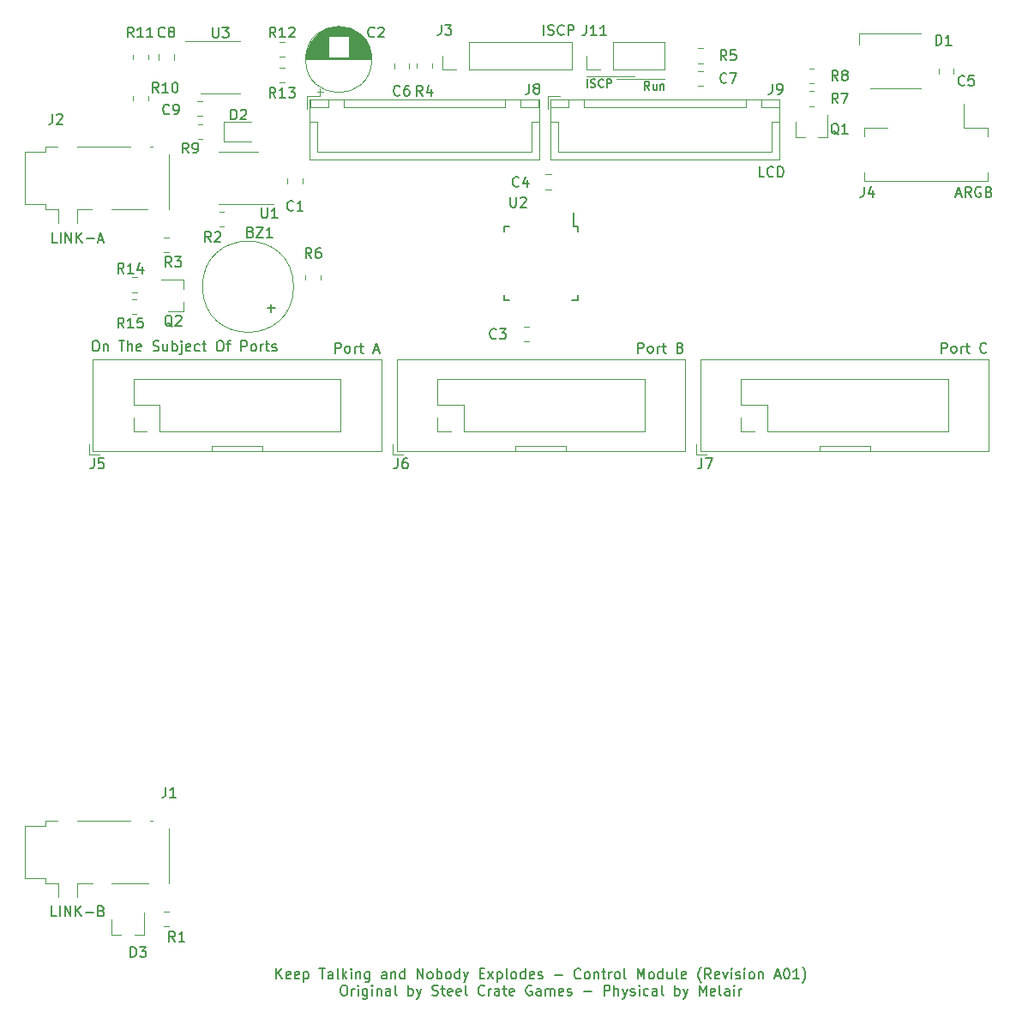
<source format=gbr>
%TF.GenerationSoftware,KiCad,Pcbnew,(5.1.9)-1*%
%TF.CreationDate,2021-05-23T18:55:04+01:00*%
%TF.ProjectId,ControlBoard,436f6e74-726f-46c4-926f-6172642e6b69,rev?*%
%TF.SameCoordinates,Original*%
%TF.FileFunction,Legend,Top*%
%TF.FilePolarity,Positive*%
%FSLAX46Y46*%
G04 Gerber Fmt 4.6, Leading zero omitted, Abs format (unit mm)*
G04 Created by KiCad (PCBNEW (5.1.9)-1) date 2021-05-23 18:55:04*
%MOMM*%
%LPD*%
G01*
G04 APERTURE LIST*
%ADD10C,0.120000*%
%ADD11C,0.150000*%
G04 APERTURE END LIST*
D10*
X86360000Y-63881000D02*
X85344000Y-63881000D01*
X85344000Y-63881000D02*
X85344000Y-62865000D01*
X56388000Y-63881000D02*
X55372000Y-63881000D01*
X55372000Y-63881000D02*
X55372000Y-62865000D01*
X25400000Y-63881000D02*
X25400000Y-62865000D01*
X26416000Y-63881000D02*
X25400000Y-63881000D01*
D11*
X25942857Y-52652380D02*
X26133333Y-52652380D01*
X26228571Y-52700000D01*
X26323809Y-52795238D01*
X26371428Y-52985714D01*
X26371428Y-53319047D01*
X26323809Y-53509523D01*
X26228571Y-53604761D01*
X26133333Y-53652380D01*
X25942857Y-53652380D01*
X25847619Y-53604761D01*
X25752380Y-53509523D01*
X25704761Y-53319047D01*
X25704761Y-52985714D01*
X25752380Y-52795238D01*
X25847619Y-52700000D01*
X25942857Y-52652380D01*
X26800000Y-52985714D02*
X26800000Y-53652380D01*
X26800000Y-53080952D02*
X26847619Y-53033333D01*
X26942857Y-52985714D01*
X27085714Y-52985714D01*
X27180952Y-53033333D01*
X27228571Y-53128571D01*
X27228571Y-53652380D01*
X28323809Y-52652380D02*
X28895238Y-52652380D01*
X28609523Y-53652380D02*
X28609523Y-52652380D01*
X29228571Y-53652380D02*
X29228571Y-52652380D01*
X29657142Y-53652380D02*
X29657142Y-53128571D01*
X29609523Y-53033333D01*
X29514285Y-52985714D01*
X29371428Y-52985714D01*
X29276190Y-53033333D01*
X29228571Y-53080952D01*
X30514285Y-53604761D02*
X30419047Y-53652380D01*
X30228571Y-53652380D01*
X30133333Y-53604761D01*
X30085714Y-53509523D01*
X30085714Y-53128571D01*
X30133333Y-53033333D01*
X30228571Y-52985714D01*
X30419047Y-52985714D01*
X30514285Y-53033333D01*
X30561904Y-53128571D01*
X30561904Y-53223809D01*
X30085714Y-53319047D01*
X31704761Y-53604761D02*
X31847619Y-53652380D01*
X32085714Y-53652380D01*
X32180952Y-53604761D01*
X32228571Y-53557142D01*
X32276190Y-53461904D01*
X32276190Y-53366666D01*
X32228571Y-53271428D01*
X32180952Y-53223809D01*
X32085714Y-53176190D01*
X31895238Y-53128571D01*
X31800000Y-53080952D01*
X31752380Y-53033333D01*
X31704761Y-52938095D01*
X31704761Y-52842857D01*
X31752380Y-52747619D01*
X31800000Y-52700000D01*
X31895238Y-52652380D01*
X32133333Y-52652380D01*
X32276190Y-52700000D01*
X33133333Y-52985714D02*
X33133333Y-53652380D01*
X32704761Y-52985714D02*
X32704761Y-53509523D01*
X32752380Y-53604761D01*
X32847619Y-53652380D01*
X32990476Y-53652380D01*
X33085714Y-53604761D01*
X33133333Y-53557142D01*
X33609523Y-53652380D02*
X33609523Y-52652380D01*
X33609523Y-53033333D02*
X33704761Y-52985714D01*
X33895238Y-52985714D01*
X33990476Y-53033333D01*
X34038095Y-53080952D01*
X34085714Y-53176190D01*
X34085714Y-53461904D01*
X34038095Y-53557142D01*
X33990476Y-53604761D01*
X33895238Y-53652380D01*
X33704761Y-53652380D01*
X33609523Y-53604761D01*
X34514285Y-52985714D02*
X34514285Y-53842857D01*
X34466666Y-53938095D01*
X34371428Y-53985714D01*
X34323809Y-53985714D01*
X34514285Y-52652380D02*
X34466666Y-52700000D01*
X34514285Y-52747619D01*
X34561904Y-52700000D01*
X34514285Y-52652380D01*
X34514285Y-52747619D01*
X35371428Y-53604761D02*
X35276190Y-53652380D01*
X35085714Y-53652380D01*
X34990476Y-53604761D01*
X34942857Y-53509523D01*
X34942857Y-53128571D01*
X34990476Y-53033333D01*
X35085714Y-52985714D01*
X35276190Y-52985714D01*
X35371428Y-53033333D01*
X35419047Y-53128571D01*
X35419047Y-53223809D01*
X34942857Y-53319047D01*
X36276190Y-53604761D02*
X36180952Y-53652380D01*
X35990476Y-53652380D01*
X35895238Y-53604761D01*
X35847619Y-53557142D01*
X35800000Y-53461904D01*
X35800000Y-53176190D01*
X35847619Y-53080952D01*
X35895238Y-53033333D01*
X35990476Y-52985714D01*
X36180952Y-52985714D01*
X36276190Y-53033333D01*
X36561904Y-52985714D02*
X36942857Y-52985714D01*
X36704761Y-52652380D02*
X36704761Y-53509523D01*
X36752380Y-53604761D01*
X36847619Y-53652380D01*
X36942857Y-53652380D01*
X38228571Y-52652380D02*
X38419047Y-52652380D01*
X38514285Y-52700000D01*
X38609523Y-52795238D01*
X38657142Y-52985714D01*
X38657142Y-53319047D01*
X38609523Y-53509523D01*
X38514285Y-53604761D01*
X38419047Y-53652380D01*
X38228571Y-53652380D01*
X38133333Y-53604761D01*
X38038095Y-53509523D01*
X37990476Y-53319047D01*
X37990476Y-52985714D01*
X38038095Y-52795238D01*
X38133333Y-52700000D01*
X38228571Y-52652380D01*
X38942857Y-52985714D02*
X39323809Y-52985714D01*
X39085714Y-53652380D02*
X39085714Y-52795238D01*
X39133333Y-52700000D01*
X39228571Y-52652380D01*
X39323809Y-52652380D01*
X40419047Y-53652380D02*
X40419047Y-52652380D01*
X40799999Y-52652380D01*
X40895238Y-52700000D01*
X40942857Y-52747619D01*
X40990476Y-52842857D01*
X40990476Y-52985714D01*
X40942857Y-53080952D01*
X40895238Y-53128571D01*
X40799999Y-53176190D01*
X40419047Y-53176190D01*
X41561904Y-53652380D02*
X41466666Y-53604761D01*
X41419047Y-53557142D01*
X41371428Y-53461904D01*
X41371428Y-53176190D01*
X41419047Y-53080952D01*
X41466666Y-53033333D01*
X41561904Y-52985714D01*
X41704761Y-52985714D01*
X41799999Y-53033333D01*
X41847619Y-53080952D01*
X41895238Y-53176190D01*
X41895238Y-53461904D01*
X41847619Y-53557142D01*
X41799999Y-53604761D01*
X41704761Y-53652380D01*
X41561904Y-53652380D01*
X42323809Y-53652380D02*
X42323809Y-52985714D01*
X42323809Y-53176190D02*
X42371428Y-53080952D01*
X42419047Y-53033333D01*
X42514285Y-52985714D01*
X42609523Y-52985714D01*
X42799999Y-52985714D02*
X43180952Y-52985714D01*
X42942857Y-52652380D02*
X42942857Y-53509523D01*
X42990476Y-53604761D01*
X43085714Y-53652380D01*
X43180952Y-53652380D01*
X43466666Y-53604761D02*
X43561904Y-53652380D01*
X43752380Y-53652380D01*
X43847619Y-53604761D01*
X43895238Y-53509523D01*
X43895238Y-53461904D01*
X43847619Y-53366666D01*
X43752380Y-53319047D01*
X43609523Y-53319047D01*
X43514285Y-53271428D01*
X43466666Y-53176190D01*
X43466666Y-53128571D01*
X43514285Y-53033333D01*
X43609523Y-52985714D01*
X43752380Y-52985714D01*
X43847619Y-53033333D01*
X22178571Y-109452380D02*
X21702380Y-109452380D01*
X21702380Y-108452380D01*
X22511904Y-109452380D02*
X22511904Y-108452380D01*
X22988095Y-109452380D02*
X22988095Y-108452380D01*
X23559523Y-109452380D01*
X23559523Y-108452380D01*
X24035714Y-109452380D02*
X24035714Y-108452380D01*
X24607142Y-109452380D02*
X24178571Y-108880952D01*
X24607142Y-108452380D02*
X24035714Y-109023809D01*
X25035714Y-109071428D02*
X25797619Y-109071428D01*
X26607142Y-108928571D02*
X26750000Y-108976190D01*
X26797619Y-109023809D01*
X26845238Y-109119047D01*
X26845238Y-109261904D01*
X26797619Y-109357142D01*
X26750000Y-109404761D01*
X26654761Y-109452380D01*
X26273809Y-109452380D01*
X26273809Y-108452380D01*
X26607142Y-108452380D01*
X26702380Y-108500000D01*
X26750000Y-108547619D01*
X26797619Y-108642857D01*
X26797619Y-108738095D01*
X26750000Y-108833333D01*
X26702380Y-108880952D01*
X26607142Y-108928571D01*
X26273809Y-108928571D01*
X22250000Y-42952380D02*
X21773809Y-42952380D01*
X21773809Y-41952380D01*
X22583333Y-42952380D02*
X22583333Y-41952380D01*
X23059523Y-42952380D02*
X23059523Y-41952380D01*
X23630952Y-42952380D01*
X23630952Y-41952380D01*
X24107142Y-42952380D02*
X24107142Y-41952380D01*
X24678571Y-42952380D02*
X24250000Y-42380952D01*
X24678571Y-41952380D02*
X24107142Y-42523809D01*
X25107142Y-42571428D02*
X25869047Y-42571428D01*
X26297619Y-42666666D02*
X26773809Y-42666666D01*
X26202380Y-42952380D02*
X26535714Y-41952380D01*
X26869047Y-42952380D01*
X109569523Y-53852380D02*
X109569523Y-52852380D01*
X109950476Y-52852380D01*
X110045714Y-52900000D01*
X110093333Y-52947619D01*
X110140952Y-53042857D01*
X110140952Y-53185714D01*
X110093333Y-53280952D01*
X110045714Y-53328571D01*
X109950476Y-53376190D01*
X109569523Y-53376190D01*
X110712380Y-53852380D02*
X110617142Y-53804761D01*
X110569523Y-53757142D01*
X110521904Y-53661904D01*
X110521904Y-53376190D01*
X110569523Y-53280952D01*
X110617142Y-53233333D01*
X110712380Y-53185714D01*
X110855238Y-53185714D01*
X110950476Y-53233333D01*
X110998095Y-53280952D01*
X111045714Y-53376190D01*
X111045714Y-53661904D01*
X110998095Y-53757142D01*
X110950476Y-53804761D01*
X110855238Y-53852380D01*
X110712380Y-53852380D01*
X111474285Y-53852380D02*
X111474285Y-53185714D01*
X111474285Y-53376190D02*
X111521904Y-53280952D01*
X111569523Y-53233333D01*
X111664761Y-53185714D01*
X111760000Y-53185714D01*
X111950476Y-53185714D02*
X112331428Y-53185714D01*
X112093333Y-52852380D02*
X112093333Y-53709523D01*
X112140952Y-53804761D01*
X112236190Y-53852380D01*
X112331428Y-53852380D01*
X113998095Y-53757142D02*
X113950476Y-53804761D01*
X113807619Y-53852380D01*
X113712380Y-53852380D01*
X113569523Y-53804761D01*
X113474285Y-53709523D01*
X113426666Y-53614285D01*
X113379047Y-53423809D01*
X113379047Y-53280952D01*
X113426666Y-53090476D01*
X113474285Y-52995238D01*
X113569523Y-52900000D01*
X113712380Y-52852380D01*
X113807619Y-52852380D01*
X113950476Y-52900000D01*
X113998095Y-52947619D01*
X79597523Y-53852380D02*
X79597523Y-52852380D01*
X79978476Y-52852380D01*
X80073714Y-52900000D01*
X80121333Y-52947619D01*
X80168952Y-53042857D01*
X80168952Y-53185714D01*
X80121333Y-53280952D01*
X80073714Y-53328571D01*
X79978476Y-53376190D01*
X79597523Y-53376190D01*
X80740380Y-53852380D02*
X80645142Y-53804761D01*
X80597523Y-53757142D01*
X80549904Y-53661904D01*
X80549904Y-53376190D01*
X80597523Y-53280952D01*
X80645142Y-53233333D01*
X80740380Y-53185714D01*
X80883238Y-53185714D01*
X80978476Y-53233333D01*
X81026095Y-53280952D01*
X81073714Y-53376190D01*
X81073714Y-53661904D01*
X81026095Y-53757142D01*
X80978476Y-53804761D01*
X80883238Y-53852380D01*
X80740380Y-53852380D01*
X81502285Y-53852380D02*
X81502285Y-53185714D01*
X81502285Y-53376190D02*
X81549904Y-53280952D01*
X81597523Y-53233333D01*
X81692761Y-53185714D01*
X81788000Y-53185714D01*
X81978476Y-53185714D02*
X82359428Y-53185714D01*
X82121333Y-52852380D02*
X82121333Y-53709523D01*
X82168952Y-53804761D01*
X82264190Y-53852380D01*
X82359428Y-53852380D01*
X83788000Y-53328571D02*
X83930857Y-53376190D01*
X83978476Y-53423809D01*
X84026095Y-53519047D01*
X84026095Y-53661904D01*
X83978476Y-53757142D01*
X83930857Y-53804761D01*
X83835619Y-53852380D01*
X83454666Y-53852380D01*
X83454666Y-52852380D01*
X83788000Y-52852380D01*
X83883238Y-52900000D01*
X83930857Y-52947619D01*
X83978476Y-53042857D01*
X83978476Y-53138095D01*
X83930857Y-53233333D01*
X83883238Y-53280952D01*
X83788000Y-53328571D01*
X83454666Y-53328571D01*
X49696952Y-53852380D02*
X49696952Y-52852380D01*
X50077904Y-52852380D01*
X50173142Y-52900000D01*
X50220761Y-52947619D01*
X50268380Y-53042857D01*
X50268380Y-53185714D01*
X50220761Y-53280952D01*
X50173142Y-53328571D01*
X50077904Y-53376190D01*
X49696952Y-53376190D01*
X50839809Y-53852380D02*
X50744571Y-53804761D01*
X50696952Y-53757142D01*
X50649333Y-53661904D01*
X50649333Y-53376190D01*
X50696952Y-53280952D01*
X50744571Y-53233333D01*
X50839809Y-53185714D01*
X50982666Y-53185714D01*
X51077904Y-53233333D01*
X51125523Y-53280952D01*
X51173142Y-53376190D01*
X51173142Y-53661904D01*
X51125523Y-53757142D01*
X51077904Y-53804761D01*
X50982666Y-53852380D01*
X50839809Y-53852380D01*
X51601714Y-53852380D02*
X51601714Y-53185714D01*
X51601714Y-53376190D02*
X51649333Y-53280952D01*
X51696952Y-53233333D01*
X51792190Y-53185714D01*
X51887428Y-53185714D01*
X52077904Y-53185714D02*
X52458857Y-53185714D01*
X52220761Y-52852380D02*
X52220761Y-53709523D01*
X52268380Y-53804761D01*
X52363619Y-53852380D01*
X52458857Y-53852380D01*
X53506476Y-53566666D02*
X53982666Y-53566666D01*
X53411238Y-53852380D02*
X53744571Y-52852380D01*
X54077904Y-53852380D01*
X92059523Y-36452380D02*
X91583333Y-36452380D01*
X91583333Y-35452380D01*
X92964285Y-36357142D02*
X92916666Y-36404761D01*
X92773809Y-36452380D01*
X92678571Y-36452380D01*
X92535714Y-36404761D01*
X92440476Y-36309523D01*
X92392857Y-36214285D01*
X92345238Y-36023809D01*
X92345238Y-35880952D01*
X92392857Y-35690476D01*
X92440476Y-35595238D01*
X92535714Y-35500000D01*
X92678571Y-35452380D01*
X92773809Y-35452380D01*
X92916666Y-35500000D01*
X92964285Y-35547619D01*
X93392857Y-36452380D02*
X93392857Y-35452380D01*
X93630952Y-35452380D01*
X93773809Y-35500000D01*
X93869047Y-35595238D01*
X93916666Y-35690476D01*
X93964285Y-35880952D01*
X93964285Y-36023809D01*
X93916666Y-36214285D01*
X93869047Y-36309523D01*
X93773809Y-36404761D01*
X93630952Y-36452380D01*
X93392857Y-36452380D01*
X111011904Y-38166666D02*
X111488095Y-38166666D01*
X110916666Y-38452380D02*
X111250000Y-37452380D01*
X111583333Y-38452380D01*
X112488095Y-38452380D02*
X112154761Y-37976190D01*
X111916666Y-38452380D02*
X111916666Y-37452380D01*
X112297619Y-37452380D01*
X112392857Y-37500000D01*
X112440476Y-37547619D01*
X112488095Y-37642857D01*
X112488095Y-37785714D01*
X112440476Y-37880952D01*
X112392857Y-37928571D01*
X112297619Y-37976190D01*
X111916666Y-37976190D01*
X113440476Y-37500000D02*
X113345238Y-37452380D01*
X113202380Y-37452380D01*
X113059523Y-37500000D01*
X112964285Y-37595238D01*
X112916666Y-37690476D01*
X112869047Y-37880952D01*
X112869047Y-38023809D01*
X112916666Y-38214285D01*
X112964285Y-38309523D01*
X113059523Y-38404761D01*
X113202380Y-38452380D01*
X113297619Y-38452380D01*
X113440476Y-38404761D01*
X113488095Y-38357142D01*
X113488095Y-38023809D01*
X113297619Y-38023809D01*
X114250000Y-37928571D02*
X114392857Y-37976190D01*
X114440476Y-38023809D01*
X114488095Y-38119047D01*
X114488095Y-38261904D01*
X114440476Y-38357142D01*
X114392857Y-38404761D01*
X114297619Y-38452380D01*
X113916666Y-38452380D01*
X113916666Y-37452380D01*
X114250000Y-37452380D01*
X114345238Y-37500000D01*
X114392857Y-37547619D01*
X114440476Y-37642857D01*
X114440476Y-37738095D01*
X114392857Y-37833333D01*
X114345238Y-37880952D01*
X114250000Y-37928571D01*
X113916666Y-37928571D01*
X70273809Y-22452380D02*
X70273809Y-21452380D01*
X70702380Y-22404761D02*
X70845238Y-22452380D01*
X71083333Y-22452380D01*
X71178571Y-22404761D01*
X71226190Y-22357142D01*
X71273809Y-22261904D01*
X71273809Y-22166666D01*
X71226190Y-22071428D01*
X71178571Y-22023809D01*
X71083333Y-21976190D01*
X70892857Y-21928571D01*
X70797619Y-21880952D01*
X70750000Y-21833333D01*
X70702380Y-21738095D01*
X70702380Y-21642857D01*
X70750000Y-21547619D01*
X70797619Y-21500000D01*
X70892857Y-21452380D01*
X71130952Y-21452380D01*
X71273809Y-21500000D01*
X72273809Y-22357142D02*
X72226190Y-22404761D01*
X72083333Y-22452380D01*
X71988095Y-22452380D01*
X71845238Y-22404761D01*
X71750000Y-22309523D01*
X71702380Y-22214285D01*
X71654761Y-22023809D01*
X71654761Y-21880952D01*
X71702380Y-21690476D01*
X71750000Y-21595238D01*
X71845238Y-21500000D01*
X71988095Y-21452380D01*
X72083333Y-21452380D01*
X72226190Y-21500000D01*
X72273809Y-21547619D01*
X72702380Y-22452380D02*
X72702380Y-21452380D01*
X73083333Y-21452380D01*
X73178571Y-21500000D01*
X73226190Y-21547619D01*
X73273809Y-21642857D01*
X73273809Y-21785714D01*
X73226190Y-21880952D01*
X73178571Y-21928571D01*
X73083333Y-21976190D01*
X72702380Y-21976190D01*
X80723809Y-27861904D02*
X80457142Y-27480952D01*
X80266666Y-27861904D02*
X80266666Y-27061904D01*
X80571428Y-27061904D01*
X80647619Y-27100000D01*
X80685714Y-27138095D01*
X80723809Y-27214285D01*
X80723809Y-27328571D01*
X80685714Y-27404761D01*
X80647619Y-27442857D01*
X80571428Y-27480952D01*
X80266666Y-27480952D01*
X81409523Y-27328571D02*
X81409523Y-27861904D01*
X81066666Y-27328571D02*
X81066666Y-27747619D01*
X81104761Y-27823809D01*
X81180952Y-27861904D01*
X81295238Y-27861904D01*
X81371428Y-27823809D01*
X81409523Y-27785714D01*
X81790476Y-27328571D02*
X81790476Y-27861904D01*
X81790476Y-27404761D02*
X81828571Y-27366666D01*
X81904761Y-27328571D01*
X82019047Y-27328571D01*
X82095238Y-27366666D01*
X82133333Y-27442857D01*
X82133333Y-27861904D01*
X74569047Y-27611904D02*
X74569047Y-26811904D01*
X74911904Y-27573809D02*
X75026190Y-27611904D01*
X75216666Y-27611904D01*
X75292857Y-27573809D01*
X75330952Y-27535714D01*
X75369047Y-27459523D01*
X75369047Y-27383333D01*
X75330952Y-27307142D01*
X75292857Y-27269047D01*
X75216666Y-27230952D01*
X75064285Y-27192857D01*
X74988095Y-27154761D01*
X74950000Y-27116666D01*
X74911904Y-27040476D01*
X74911904Y-26964285D01*
X74950000Y-26888095D01*
X74988095Y-26850000D01*
X75064285Y-26811904D01*
X75254761Y-26811904D01*
X75369047Y-26850000D01*
X76169047Y-27535714D02*
X76130952Y-27573809D01*
X76016666Y-27611904D01*
X75940476Y-27611904D01*
X75826190Y-27573809D01*
X75750000Y-27497619D01*
X75711904Y-27421428D01*
X75673809Y-27269047D01*
X75673809Y-27154761D01*
X75711904Y-27002380D01*
X75750000Y-26926190D01*
X75826190Y-26850000D01*
X75940476Y-26811904D01*
X76016666Y-26811904D01*
X76130952Y-26850000D01*
X76169047Y-26888095D01*
X76511904Y-27611904D02*
X76511904Y-26811904D01*
X76816666Y-26811904D01*
X76892857Y-26850000D01*
X76930952Y-26888095D01*
X76969047Y-26964285D01*
X76969047Y-27078571D01*
X76930952Y-27154761D01*
X76892857Y-27192857D01*
X76816666Y-27230952D01*
X76511904Y-27230952D01*
D10*
X77500000Y-26750000D02*
X82200000Y-26750000D01*
X74500000Y-26500000D02*
X79250000Y-26500000D01*
D11*
X43880952Y-115627380D02*
X43880952Y-114627380D01*
X44452380Y-115627380D02*
X44023809Y-115055952D01*
X44452380Y-114627380D02*
X43880952Y-115198809D01*
X45261904Y-115579761D02*
X45166666Y-115627380D01*
X44976190Y-115627380D01*
X44880952Y-115579761D01*
X44833333Y-115484523D01*
X44833333Y-115103571D01*
X44880952Y-115008333D01*
X44976190Y-114960714D01*
X45166666Y-114960714D01*
X45261904Y-115008333D01*
X45309523Y-115103571D01*
X45309523Y-115198809D01*
X44833333Y-115294047D01*
X46119047Y-115579761D02*
X46023809Y-115627380D01*
X45833333Y-115627380D01*
X45738095Y-115579761D01*
X45690476Y-115484523D01*
X45690476Y-115103571D01*
X45738095Y-115008333D01*
X45833333Y-114960714D01*
X46023809Y-114960714D01*
X46119047Y-115008333D01*
X46166666Y-115103571D01*
X46166666Y-115198809D01*
X45690476Y-115294047D01*
X46595238Y-114960714D02*
X46595238Y-115960714D01*
X46595238Y-115008333D02*
X46690476Y-114960714D01*
X46880952Y-114960714D01*
X46976190Y-115008333D01*
X47023809Y-115055952D01*
X47071428Y-115151190D01*
X47071428Y-115436904D01*
X47023809Y-115532142D01*
X46976190Y-115579761D01*
X46880952Y-115627380D01*
X46690476Y-115627380D01*
X46595238Y-115579761D01*
X48119047Y-114627380D02*
X48690476Y-114627380D01*
X48404761Y-115627380D02*
X48404761Y-114627380D01*
X49452380Y-115627380D02*
X49452380Y-115103571D01*
X49404761Y-115008333D01*
X49309523Y-114960714D01*
X49119047Y-114960714D01*
X49023809Y-115008333D01*
X49452380Y-115579761D02*
X49357142Y-115627380D01*
X49119047Y-115627380D01*
X49023809Y-115579761D01*
X48976190Y-115484523D01*
X48976190Y-115389285D01*
X49023809Y-115294047D01*
X49119047Y-115246428D01*
X49357142Y-115246428D01*
X49452380Y-115198809D01*
X50071428Y-115627380D02*
X49976190Y-115579761D01*
X49928571Y-115484523D01*
X49928571Y-114627380D01*
X50452380Y-115627380D02*
X50452380Y-114627380D01*
X50547619Y-115246428D02*
X50833333Y-115627380D01*
X50833333Y-114960714D02*
X50452380Y-115341666D01*
X51261904Y-115627380D02*
X51261904Y-114960714D01*
X51261904Y-114627380D02*
X51214285Y-114675000D01*
X51261904Y-114722619D01*
X51309523Y-114675000D01*
X51261904Y-114627380D01*
X51261904Y-114722619D01*
X51738095Y-114960714D02*
X51738095Y-115627380D01*
X51738095Y-115055952D02*
X51785714Y-115008333D01*
X51880952Y-114960714D01*
X52023809Y-114960714D01*
X52119047Y-115008333D01*
X52166666Y-115103571D01*
X52166666Y-115627380D01*
X53071428Y-114960714D02*
X53071428Y-115770238D01*
X53023809Y-115865476D01*
X52976190Y-115913095D01*
X52880952Y-115960714D01*
X52738095Y-115960714D01*
X52642857Y-115913095D01*
X53071428Y-115579761D02*
X52976190Y-115627380D01*
X52785714Y-115627380D01*
X52690476Y-115579761D01*
X52642857Y-115532142D01*
X52595238Y-115436904D01*
X52595238Y-115151190D01*
X52642857Y-115055952D01*
X52690476Y-115008333D01*
X52785714Y-114960714D01*
X52976190Y-114960714D01*
X53071428Y-115008333D01*
X54738095Y-115627380D02*
X54738095Y-115103571D01*
X54690476Y-115008333D01*
X54595238Y-114960714D01*
X54404761Y-114960714D01*
X54309523Y-115008333D01*
X54738095Y-115579761D02*
X54642857Y-115627380D01*
X54404761Y-115627380D01*
X54309523Y-115579761D01*
X54261904Y-115484523D01*
X54261904Y-115389285D01*
X54309523Y-115294047D01*
X54404761Y-115246428D01*
X54642857Y-115246428D01*
X54738095Y-115198809D01*
X55214285Y-114960714D02*
X55214285Y-115627380D01*
X55214285Y-115055952D02*
X55261904Y-115008333D01*
X55357142Y-114960714D01*
X55500000Y-114960714D01*
X55595238Y-115008333D01*
X55642857Y-115103571D01*
X55642857Y-115627380D01*
X56547619Y-115627380D02*
X56547619Y-114627380D01*
X56547619Y-115579761D02*
X56452380Y-115627380D01*
X56261904Y-115627380D01*
X56166666Y-115579761D01*
X56119047Y-115532142D01*
X56071428Y-115436904D01*
X56071428Y-115151190D01*
X56119047Y-115055952D01*
X56166666Y-115008333D01*
X56261904Y-114960714D01*
X56452380Y-114960714D01*
X56547619Y-115008333D01*
X57785714Y-115627380D02*
X57785714Y-114627380D01*
X58357142Y-115627380D01*
X58357142Y-114627380D01*
X58976190Y-115627380D02*
X58880952Y-115579761D01*
X58833333Y-115532142D01*
X58785714Y-115436904D01*
X58785714Y-115151190D01*
X58833333Y-115055952D01*
X58880952Y-115008333D01*
X58976190Y-114960714D01*
X59119047Y-114960714D01*
X59214285Y-115008333D01*
X59261904Y-115055952D01*
X59309523Y-115151190D01*
X59309523Y-115436904D01*
X59261904Y-115532142D01*
X59214285Y-115579761D01*
X59119047Y-115627380D01*
X58976190Y-115627380D01*
X59738095Y-115627380D02*
X59738095Y-114627380D01*
X59738095Y-115008333D02*
X59833333Y-114960714D01*
X60023809Y-114960714D01*
X60119047Y-115008333D01*
X60166666Y-115055952D01*
X60214285Y-115151190D01*
X60214285Y-115436904D01*
X60166666Y-115532142D01*
X60119047Y-115579761D01*
X60023809Y-115627380D01*
X59833333Y-115627380D01*
X59738095Y-115579761D01*
X60785714Y-115627380D02*
X60690476Y-115579761D01*
X60642857Y-115532142D01*
X60595238Y-115436904D01*
X60595238Y-115151190D01*
X60642857Y-115055952D01*
X60690476Y-115008333D01*
X60785714Y-114960714D01*
X60928571Y-114960714D01*
X61023809Y-115008333D01*
X61071428Y-115055952D01*
X61119047Y-115151190D01*
X61119047Y-115436904D01*
X61071428Y-115532142D01*
X61023809Y-115579761D01*
X60928571Y-115627380D01*
X60785714Y-115627380D01*
X61976190Y-115627380D02*
X61976190Y-114627380D01*
X61976190Y-115579761D02*
X61880952Y-115627380D01*
X61690476Y-115627380D01*
X61595238Y-115579761D01*
X61547619Y-115532142D01*
X61500000Y-115436904D01*
X61500000Y-115151190D01*
X61547619Y-115055952D01*
X61595238Y-115008333D01*
X61690476Y-114960714D01*
X61880952Y-114960714D01*
X61976190Y-115008333D01*
X62357142Y-114960714D02*
X62595238Y-115627380D01*
X62833333Y-114960714D02*
X62595238Y-115627380D01*
X62500000Y-115865476D01*
X62452380Y-115913095D01*
X62357142Y-115960714D01*
X63976190Y-115103571D02*
X64309523Y-115103571D01*
X64452380Y-115627380D02*
X63976190Y-115627380D01*
X63976190Y-114627380D01*
X64452380Y-114627380D01*
X64785714Y-115627380D02*
X65309523Y-114960714D01*
X64785714Y-114960714D02*
X65309523Y-115627380D01*
X65690476Y-114960714D02*
X65690476Y-115960714D01*
X65690476Y-115008333D02*
X65785714Y-114960714D01*
X65976190Y-114960714D01*
X66071428Y-115008333D01*
X66119047Y-115055952D01*
X66166666Y-115151190D01*
X66166666Y-115436904D01*
X66119047Y-115532142D01*
X66071428Y-115579761D01*
X65976190Y-115627380D01*
X65785714Y-115627380D01*
X65690476Y-115579761D01*
X66738095Y-115627380D02*
X66642857Y-115579761D01*
X66595238Y-115484523D01*
X66595238Y-114627380D01*
X67261904Y-115627380D02*
X67166666Y-115579761D01*
X67119047Y-115532142D01*
X67071428Y-115436904D01*
X67071428Y-115151190D01*
X67119047Y-115055952D01*
X67166666Y-115008333D01*
X67261904Y-114960714D01*
X67404761Y-114960714D01*
X67500000Y-115008333D01*
X67547619Y-115055952D01*
X67595238Y-115151190D01*
X67595238Y-115436904D01*
X67547619Y-115532142D01*
X67500000Y-115579761D01*
X67404761Y-115627380D01*
X67261904Y-115627380D01*
X68452380Y-115627380D02*
X68452380Y-114627380D01*
X68452380Y-115579761D02*
X68357142Y-115627380D01*
X68166666Y-115627380D01*
X68071428Y-115579761D01*
X68023809Y-115532142D01*
X67976190Y-115436904D01*
X67976190Y-115151190D01*
X68023809Y-115055952D01*
X68071428Y-115008333D01*
X68166666Y-114960714D01*
X68357142Y-114960714D01*
X68452380Y-115008333D01*
X69309523Y-115579761D02*
X69214285Y-115627380D01*
X69023809Y-115627380D01*
X68928571Y-115579761D01*
X68880952Y-115484523D01*
X68880952Y-115103571D01*
X68928571Y-115008333D01*
X69023809Y-114960714D01*
X69214285Y-114960714D01*
X69309523Y-115008333D01*
X69357142Y-115103571D01*
X69357142Y-115198809D01*
X68880952Y-115294047D01*
X69738095Y-115579761D02*
X69833333Y-115627380D01*
X70023809Y-115627380D01*
X70119047Y-115579761D01*
X70166666Y-115484523D01*
X70166666Y-115436904D01*
X70119047Y-115341666D01*
X70023809Y-115294047D01*
X69880952Y-115294047D01*
X69785714Y-115246428D01*
X69738095Y-115151190D01*
X69738095Y-115103571D01*
X69785714Y-115008333D01*
X69880952Y-114960714D01*
X70023809Y-114960714D01*
X70119047Y-115008333D01*
X71357142Y-115246428D02*
X72119047Y-115246428D01*
X73928571Y-115532142D02*
X73880952Y-115579761D01*
X73738095Y-115627380D01*
X73642857Y-115627380D01*
X73500000Y-115579761D01*
X73404761Y-115484523D01*
X73357142Y-115389285D01*
X73309523Y-115198809D01*
X73309523Y-115055952D01*
X73357142Y-114865476D01*
X73404761Y-114770238D01*
X73500000Y-114675000D01*
X73642857Y-114627380D01*
X73738095Y-114627380D01*
X73880952Y-114675000D01*
X73928571Y-114722619D01*
X74500000Y-115627380D02*
X74404761Y-115579761D01*
X74357142Y-115532142D01*
X74309523Y-115436904D01*
X74309523Y-115151190D01*
X74357142Y-115055952D01*
X74404761Y-115008333D01*
X74500000Y-114960714D01*
X74642857Y-114960714D01*
X74738095Y-115008333D01*
X74785714Y-115055952D01*
X74833333Y-115151190D01*
X74833333Y-115436904D01*
X74785714Y-115532142D01*
X74738095Y-115579761D01*
X74642857Y-115627380D01*
X74500000Y-115627380D01*
X75261904Y-114960714D02*
X75261904Y-115627380D01*
X75261904Y-115055952D02*
X75309523Y-115008333D01*
X75404761Y-114960714D01*
X75547619Y-114960714D01*
X75642857Y-115008333D01*
X75690476Y-115103571D01*
X75690476Y-115627380D01*
X76023809Y-114960714D02*
X76404761Y-114960714D01*
X76166666Y-114627380D02*
X76166666Y-115484523D01*
X76214285Y-115579761D01*
X76309523Y-115627380D01*
X76404761Y-115627380D01*
X76738095Y-115627380D02*
X76738095Y-114960714D01*
X76738095Y-115151190D02*
X76785714Y-115055952D01*
X76833333Y-115008333D01*
X76928571Y-114960714D01*
X77023809Y-114960714D01*
X77500000Y-115627380D02*
X77404761Y-115579761D01*
X77357142Y-115532142D01*
X77309523Y-115436904D01*
X77309523Y-115151190D01*
X77357142Y-115055952D01*
X77404761Y-115008333D01*
X77500000Y-114960714D01*
X77642857Y-114960714D01*
X77738095Y-115008333D01*
X77785714Y-115055952D01*
X77833333Y-115151190D01*
X77833333Y-115436904D01*
X77785714Y-115532142D01*
X77738095Y-115579761D01*
X77642857Y-115627380D01*
X77500000Y-115627380D01*
X78404761Y-115627380D02*
X78309523Y-115579761D01*
X78261904Y-115484523D01*
X78261904Y-114627380D01*
X79547619Y-115627380D02*
X79547619Y-114627380D01*
X79880952Y-115341666D01*
X80214285Y-114627380D01*
X80214285Y-115627380D01*
X80833333Y-115627380D02*
X80738095Y-115579761D01*
X80690476Y-115532142D01*
X80642857Y-115436904D01*
X80642857Y-115151190D01*
X80690476Y-115055952D01*
X80738095Y-115008333D01*
X80833333Y-114960714D01*
X80976190Y-114960714D01*
X81071428Y-115008333D01*
X81119047Y-115055952D01*
X81166666Y-115151190D01*
X81166666Y-115436904D01*
X81119047Y-115532142D01*
X81071428Y-115579761D01*
X80976190Y-115627380D01*
X80833333Y-115627380D01*
X82023809Y-115627380D02*
X82023809Y-114627380D01*
X82023809Y-115579761D02*
X81928571Y-115627380D01*
X81738095Y-115627380D01*
X81642857Y-115579761D01*
X81595238Y-115532142D01*
X81547619Y-115436904D01*
X81547619Y-115151190D01*
X81595238Y-115055952D01*
X81642857Y-115008333D01*
X81738095Y-114960714D01*
X81928571Y-114960714D01*
X82023809Y-115008333D01*
X82928571Y-114960714D02*
X82928571Y-115627380D01*
X82499999Y-114960714D02*
X82499999Y-115484523D01*
X82547619Y-115579761D01*
X82642857Y-115627380D01*
X82785714Y-115627380D01*
X82880952Y-115579761D01*
X82928571Y-115532142D01*
X83547619Y-115627380D02*
X83452380Y-115579761D01*
X83404761Y-115484523D01*
X83404761Y-114627380D01*
X84309523Y-115579761D02*
X84214285Y-115627380D01*
X84023809Y-115627380D01*
X83928571Y-115579761D01*
X83880952Y-115484523D01*
X83880952Y-115103571D01*
X83928571Y-115008333D01*
X84023809Y-114960714D01*
X84214285Y-114960714D01*
X84309523Y-115008333D01*
X84357142Y-115103571D01*
X84357142Y-115198809D01*
X83880952Y-115294047D01*
X85833333Y-116008333D02*
X85785714Y-115960714D01*
X85690476Y-115817857D01*
X85642857Y-115722619D01*
X85595238Y-115579761D01*
X85547619Y-115341666D01*
X85547619Y-115151190D01*
X85595238Y-114913095D01*
X85642857Y-114770238D01*
X85690476Y-114675000D01*
X85785714Y-114532142D01*
X85833333Y-114484523D01*
X86785714Y-115627380D02*
X86452380Y-115151190D01*
X86214285Y-115627380D02*
X86214285Y-114627380D01*
X86595238Y-114627380D01*
X86690476Y-114675000D01*
X86738095Y-114722619D01*
X86785714Y-114817857D01*
X86785714Y-114960714D01*
X86738095Y-115055952D01*
X86690476Y-115103571D01*
X86595238Y-115151190D01*
X86214285Y-115151190D01*
X87595238Y-115579761D02*
X87499999Y-115627380D01*
X87309523Y-115627380D01*
X87214285Y-115579761D01*
X87166666Y-115484523D01*
X87166666Y-115103571D01*
X87214285Y-115008333D01*
X87309523Y-114960714D01*
X87499999Y-114960714D01*
X87595238Y-115008333D01*
X87642857Y-115103571D01*
X87642857Y-115198809D01*
X87166666Y-115294047D01*
X87976190Y-114960714D02*
X88214285Y-115627380D01*
X88452380Y-114960714D01*
X88833333Y-115627380D02*
X88833333Y-114960714D01*
X88833333Y-114627380D02*
X88785714Y-114675000D01*
X88833333Y-114722619D01*
X88880952Y-114675000D01*
X88833333Y-114627380D01*
X88833333Y-114722619D01*
X89261904Y-115579761D02*
X89357142Y-115627380D01*
X89547619Y-115627380D01*
X89642857Y-115579761D01*
X89690476Y-115484523D01*
X89690476Y-115436904D01*
X89642857Y-115341666D01*
X89547619Y-115294047D01*
X89404761Y-115294047D01*
X89309523Y-115246428D01*
X89261904Y-115151190D01*
X89261904Y-115103571D01*
X89309523Y-115008333D01*
X89404761Y-114960714D01*
X89547619Y-114960714D01*
X89642857Y-115008333D01*
X90119047Y-115627380D02*
X90119047Y-114960714D01*
X90119047Y-114627380D02*
X90071428Y-114675000D01*
X90119047Y-114722619D01*
X90166666Y-114675000D01*
X90119047Y-114627380D01*
X90119047Y-114722619D01*
X90738095Y-115627380D02*
X90642857Y-115579761D01*
X90595238Y-115532142D01*
X90547619Y-115436904D01*
X90547619Y-115151190D01*
X90595238Y-115055952D01*
X90642857Y-115008333D01*
X90738095Y-114960714D01*
X90880952Y-114960714D01*
X90976190Y-115008333D01*
X91023809Y-115055952D01*
X91071428Y-115151190D01*
X91071428Y-115436904D01*
X91023809Y-115532142D01*
X90976190Y-115579761D01*
X90880952Y-115627380D01*
X90738095Y-115627380D01*
X91499999Y-114960714D02*
X91499999Y-115627380D01*
X91499999Y-115055952D02*
X91547619Y-115008333D01*
X91642857Y-114960714D01*
X91785714Y-114960714D01*
X91880952Y-115008333D01*
X91928571Y-115103571D01*
X91928571Y-115627380D01*
X93119047Y-115341666D02*
X93595238Y-115341666D01*
X93023809Y-115627380D02*
X93357142Y-114627380D01*
X93690476Y-115627380D01*
X94214285Y-114627380D02*
X94309523Y-114627380D01*
X94404761Y-114675000D01*
X94452380Y-114722619D01*
X94499999Y-114817857D01*
X94547619Y-115008333D01*
X94547619Y-115246428D01*
X94499999Y-115436904D01*
X94452380Y-115532142D01*
X94404761Y-115579761D01*
X94309523Y-115627380D01*
X94214285Y-115627380D01*
X94119047Y-115579761D01*
X94071428Y-115532142D01*
X94023809Y-115436904D01*
X93976190Y-115246428D01*
X93976190Y-115008333D01*
X94023809Y-114817857D01*
X94071428Y-114722619D01*
X94119047Y-114675000D01*
X94214285Y-114627380D01*
X95499999Y-115627380D02*
X94928571Y-115627380D01*
X95214285Y-115627380D02*
X95214285Y-114627380D01*
X95119047Y-114770238D01*
X95023809Y-114865476D01*
X94928571Y-114913095D01*
X95833333Y-116008333D02*
X95880952Y-115960714D01*
X95976190Y-115817857D01*
X96023809Y-115722619D01*
X96071428Y-115579761D01*
X96119047Y-115341666D01*
X96119047Y-115151190D01*
X96071428Y-114913095D01*
X96023809Y-114770238D01*
X95976190Y-114675000D01*
X95880952Y-114532142D01*
X95833333Y-114484523D01*
X50476190Y-116277380D02*
X50666666Y-116277380D01*
X50761904Y-116325000D01*
X50857142Y-116420238D01*
X50904761Y-116610714D01*
X50904761Y-116944047D01*
X50857142Y-117134523D01*
X50761904Y-117229761D01*
X50666666Y-117277380D01*
X50476190Y-117277380D01*
X50380952Y-117229761D01*
X50285714Y-117134523D01*
X50238095Y-116944047D01*
X50238095Y-116610714D01*
X50285714Y-116420238D01*
X50380952Y-116325000D01*
X50476190Y-116277380D01*
X51333333Y-117277380D02*
X51333333Y-116610714D01*
X51333333Y-116801190D02*
X51380952Y-116705952D01*
X51428571Y-116658333D01*
X51523809Y-116610714D01*
X51619047Y-116610714D01*
X51952380Y-117277380D02*
X51952380Y-116610714D01*
X51952380Y-116277380D02*
X51904761Y-116325000D01*
X51952380Y-116372619D01*
X52000000Y-116325000D01*
X51952380Y-116277380D01*
X51952380Y-116372619D01*
X52857142Y-116610714D02*
X52857142Y-117420238D01*
X52809523Y-117515476D01*
X52761904Y-117563095D01*
X52666666Y-117610714D01*
X52523809Y-117610714D01*
X52428571Y-117563095D01*
X52857142Y-117229761D02*
X52761904Y-117277380D01*
X52571428Y-117277380D01*
X52476190Y-117229761D01*
X52428571Y-117182142D01*
X52380952Y-117086904D01*
X52380952Y-116801190D01*
X52428571Y-116705952D01*
X52476190Y-116658333D01*
X52571428Y-116610714D01*
X52761904Y-116610714D01*
X52857142Y-116658333D01*
X53333333Y-117277380D02*
X53333333Y-116610714D01*
X53333333Y-116277380D02*
X53285714Y-116325000D01*
X53333333Y-116372619D01*
X53380952Y-116325000D01*
X53333333Y-116277380D01*
X53333333Y-116372619D01*
X53809523Y-116610714D02*
X53809523Y-117277380D01*
X53809523Y-116705952D02*
X53857142Y-116658333D01*
X53952380Y-116610714D01*
X54095238Y-116610714D01*
X54190476Y-116658333D01*
X54238095Y-116753571D01*
X54238095Y-117277380D01*
X55142857Y-117277380D02*
X55142857Y-116753571D01*
X55095238Y-116658333D01*
X55000000Y-116610714D01*
X54809523Y-116610714D01*
X54714285Y-116658333D01*
X55142857Y-117229761D02*
X55047619Y-117277380D01*
X54809523Y-117277380D01*
X54714285Y-117229761D01*
X54666666Y-117134523D01*
X54666666Y-117039285D01*
X54714285Y-116944047D01*
X54809523Y-116896428D01*
X55047619Y-116896428D01*
X55142857Y-116848809D01*
X55761904Y-117277380D02*
X55666666Y-117229761D01*
X55619047Y-117134523D01*
X55619047Y-116277380D01*
X56904761Y-117277380D02*
X56904761Y-116277380D01*
X56904761Y-116658333D02*
X57000000Y-116610714D01*
X57190476Y-116610714D01*
X57285714Y-116658333D01*
X57333333Y-116705952D01*
X57380952Y-116801190D01*
X57380952Y-117086904D01*
X57333333Y-117182142D01*
X57285714Y-117229761D01*
X57190476Y-117277380D01*
X57000000Y-117277380D01*
X56904761Y-117229761D01*
X57714285Y-116610714D02*
X57952380Y-117277380D01*
X58190476Y-116610714D02*
X57952380Y-117277380D01*
X57857142Y-117515476D01*
X57809523Y-117563095D01*
X57714285Y-117610714D01*
X59285714Y-117229761D02*
X59428571Y-117277380D01*
X59666666Y-117277380D01*
X59761904Y-117229761D01*
X59809523Y-117182142D01*
X59857142Y-117086904D01*
X59857142Y-116991666D01*
X59809523Y-116896428D01*
X59761904Y-116848809D01*
X59666666Y-116801190D01*
X59476190Y-116753571D01*
X59380952Y-116705952D01*
X59333333Y-116658333D01*
X59285714Y-116563095D01*
X59285714Y-116467857D01*
X59333333Y-116372619D01*
X59380952Y-116325000D01*
X59476190Y-116277380D01*
X59714285Y-116277380D01*
X59857142Y-116325000D01*
X60142857Y-116610714D02*
X60523809Y-116610714D01*
X60285714Y-116277380D02*
X60285714Y-117134523D01*
X60333333Y-117229761D01*
X60428571Y-117277380D01*
X60523809Y-117277380D01*
X61238095Y-117229761D02*
X61142857Y-117277380D01*
X60952380Y-117277380D01*
X60857142Y-117229761D01*
X60809523Y-117134523D01*
X60809523Y-116753571D01*
X60857142Y-116658333D01*
X60952380Y-116610714D01*
X61142857Y-116610714D01*
X61238095Y-116658333D01*
X61285714Y-116753571D01*
X61285714Y-116848809D01*
X60809523Y-116944047D01*
X62095238Y-117229761D02*
X61999999Y-117277380D01*
X61809523Y-117277380D01*
X61714285Y-117229761D01*
X61666666Y-117134523D01*
X61666666Y-116753571D01*
X61714285Y-116658333D01*
X61809523Y-116610714D01*
X61999999Y-116610714D01*
X62095238Y-116658333D01*
X62142857Y-116753571D01*
X62142857Y-116848809D01*
X61666666Y-116944047D01*
X62714285Y-117277380D02*
X62619047Y-117229761D01*
X62571428Y-117134523D01*
X62571428Y-116277380D01*
X64428571Y-117182142D02*
X64380952Y-117229761D01*
X64238095Y-117277380D01*
X64142857Y-117277380D01*
X63999999Y-117229761D01*
X63904761Y-117134523D01*
X63857142Y-117039285D01*
X63809523Y-116848809D01*
X63809523Y-116705952D01*
X63857142Y-116515476D01*
X63904761Y-116420238D01*
X63999999Y-116325000D01*
X64142857Y-116277380D01*
X64238095Y-116277380D01*
X64380952Y-116325000D01*
X64428571Y-116372619D01*
X64857142Y-117277380D02*
X64857142Y-116610714D01*
X64857142Y-116801190D02*
X64904761Y-116705952D01*
X64952380Y-116658333D01*
X65047619Y-116610714D01*
X65142857Y-116610714D01*
X65904761Y-117277380D02*
X65904761Y-116753571D01*
X65857142Y-116658333D01*
X65761904Y-116610714D01*
X65571428Y-116610714D01*
X65476190Y-116658333D01*
X65904761Y-117229761D02*
X65809523Y-117277380D01*
X65571428Y-117277380D01*
X65476190Y-117229761D01*
X65428571Y-117134523D01*
X65428571Y-117039285D01*
X65476190Y-116944047D01*
X65571428Y-116896428D01*
X65809523Y-116896428D01*
X65904761Y-116848809D01*
X66238095Y-116610714D02*
X66619047Y-116610714D01*
X66380952Y-116277380D02*
X66380952Y-117134523D01*
X66428571Y-117229761D01*
X66523809Y-117277380D01*
X66619047Y-117277380D01*
X67333333Y-117229761D02*
X67238095Y-117277380D01*
X67047619Y-117277380D01*
X66952380Y-117229761D01*
X66904761Y-117134523D01*
X66904761Y-116753571D01*
X66952380Y-116658333D01*
X67047619Y-116610714D01*
X67238095Y-116610714D01*
X67333333Y-116658333D01*
X67380952Y-116753571D01*
X67380952Y-116848809D01*
X66904761Y-116944047D01*
X69095238Y-116325000D02*
X69000000Y-116277380D01*
X68857142Y-116277380D01*
X68714285Y-116325000D01*
X68619047Y-116420238D01*
X68571428Y-116515476D01*
X68523809Y-116705952D01*
X68523809Y-116848809D01*
X68571428Y-117039285D01*
X68619047Y-117134523D01*
X68714285Y-117229761D01*
X68857142Y-117277380D01*
X68952380Y-117277380D01*
X69095238Y-117229761D01*
X69142857Y-117182142D01*
X69142857Y-116848809D01*
X68952380Y-116848809D01*
X70000000Y-117277380D02*
X70000000Y-116753571D01*
X69952380Y-116658333D01*
X69857142Y-116610714D01*
X69666666Y-116610714D01*
X69571428Y-116658333D01*
X70000000Y-117229761D02*
X69904761Y-117277380D01*
X69666666Y-117277380D01*
X69571428Y-117229761D01*
X69523809Y-117134523D01*
X69523809Y-117039285D01*
X69571428Y-116944047D01*
X69666666Y-116896428D01*
X69904761Y-116896428D01*
X70000000Y-116848809D01*
X70476190Y-117277380D02*
X70476190Y-116610714D01*
X70476190Y-116705952D02*
X70523809Y-116658333D01*
X70619047Y-116610714D01*
X70761904Y-116610714D01*
X70857142Y-116658333D01*
X70904761Y-116753571D01*
X70904761Y-117277380D01*
X70904761Y-116753571D02*
X70952380Y-116658333D01*
X71047619Y-116610714D01*
X71190476Y-116610714D01*
X71285714Y-116658333D01*
X71333333Y-116753571D01*
X71333333Y-117277380D01*
X72190476Y-117229761D02*
X72095238Y-117277380D01*
X71904761Y-117277380D01*
X71809523Y-117229761D01*
X71761904Y-117134523D01*
X71761904Y-116753571D01*
X71809523Y-116658333D01*
X71904761Y-116610714D01*
X72095238Y-116610714D01*
X72190476Y-116658333D01*
X72238095Y-116753571D01*
X72238095Y-116848809D01*
X71761904Y-116944047D01*
X72619047Y-117229761D02*
X72714285Y-117277380D01*
X72904761Y-117277380D01*
X72999999Y-117229761D01*
X73047619Y-117134523D01*
X73047619Y-117086904D01*
X72999999Y-116991666D01*
X72904761Y-116944047D01*
X72761904Y-116944047D01*
X72666666Y-116896428D01*
X72619047Y-116801190D01*
X72619047Y-116753571D01*
X72666666Y-116658333D01*
X72761904Y-116610714D01*
X72904761Y-116610714D01*
X72999999Y-116658333D01*
X74238095Y-116896428D02*
X74999999Y-116896428D01*
X76238095Y-117277380D02*
X76238095Y-116277380D01*
X76619047Y-116277380D01*
X76714285Y-116325000D01*
X76761904Y-116372619D01*
X76809523Y-116467857D01*
X76809523Y-116610714D01*
X76761904Y-116705952D01*
X76714285Y-116753571D01*
X76619047Y-116801190D01*
X76238095Y-116801190D01*
X77238095Y-117277380D02*
X77238095Y-116277380D01*
X77666666Y-117277380D02*
X77666666Y-116753571D01*
X77619047Y-116658333D01*
X77523809Y-116610714D01*
X77380952Y-116610714D01*
X77285714Y-116658333D01*
X77238095Y-116705952D01*
X78047619Y-116610714D02*
X78285714Y-117277380D01*
X78523809Y-116610714D02*
X78285714Y-117277380D01*
X78190476Y-117515476D01*
X78142857Y-117563095D01*
X78047619Y-117610714D01*
X78857142Y-117229761D02*
X78952380Y-117277380D01*
X79142857Y-117277380D01*
X79238095Y-117229761D01*
X79285714Y-117134523D01*
X79285714Y-117086904D01*
X79238095Y-116991666D01*
X79142857Y-116944047D01*
X78999999Y-116944047D01*
X78904761Y-116896428D01*
X78857142Y-116801190D01*
X78857142Y-116753571D01*
X78904761Y-116658333D01*
X78999999Y-116610714D01*
X79142857Y-116610714D01*
X79238095Y-116658333D01*
X79714285Y-117277380D02*
X79714285Y-116610714D01*
X79714285Y-116277380D02*
X79666666Y-116325000D01*
X79714285Y-116372619D01*
X79761904Y-116325000D01*
X79714285Y-116277380D01*
X79714285Y-116372619D01*
X80619047Y-117229761D02*
X80523809Y-117277380D01*
X80333333Y-117277380D01*
X80238095Y-117229761D01*
X80190476Y-117182142D01*
X80142857Y-117086904D01*
X80142857Y-116801190D01*
X80190476Y-116705952D01*
X80238095Y-116658333D01*
X80333333Y-116610714D01*
X80523809Y-116610714D01*
X80619047Y-116658333D01*
X81476190Y-117277380D02*
X81476190Y-116753571D01*
X81428571Y-116658333D01*
X81333333Y-116610714D01*
X81142857Y-116610714D01*
X81047619Y-116658333D01*
X81476190Y-117229761D02*
X81380952Y-117277380D01*
X81142857Y-117277380D01*
X81047619Y-117229761D01*
X80999999Y-117134523D01*
X80999999Y-117039285D01*
X81047619Y-116944047D01*
X81142857Y-116896428D01*
X81380952Y-116896428D01*
X81476190Y-116848809D01*
X82095238Y-117277380D02*
X81999999Y-117229761D01*
X81952380Y-117134523D01*
X81952380Y-116277380D01*
X83238095Y-117277380D02*
X83238095Y-116277380D01*
X83238095Y-116658333D02*
X83333333Y-116610714D01*
X83523809Y-116610714D01*
X83619047Y-116658333D01*
X83666666Y-116705952D01*
X83714285Y-116801190D01*
X83714285Y-117086904D01*
X83666666Y-117182142D01*
X83619047Y-117229761D01*
X83523809Y-117277380D01*
X83333333Y-117277380D01*
X83238095Y-117229761D01*
X84047619Y-116610714D02*
X84285714Y-117277380D01*
X84523809Y-116610714D02*
X84285714Y-117277380D01*
X84190476Y-117515476D01*
X84142857Y-117563095D01*
X84047619Y-117610714D01*
X85666666Y-117277380D02*
X85666666Y-116277380D01*
X85999999Y-116991666D01*
X86333333Y-116277380D01*
X86333333Y-117277380D01*
X87190476Y-117229761D02*
X87095238Y-117277380D01*
X86904761Y-117277380D01*
X86809523Y-117229761D01*
X86761904Y-117134523D01*
X86761904Y-116753571D01*
X86809523Y-116658333D01*
X86904761Y-116610714D01*
X87095238Y-116610714D01*
X87190476Y-116658333D01*
X87238095Y-116753571D01*
X87238095Y-116848809D01*
X86761904Y-116944047D01*
X87809523Y-117277380D02*
X87714285Y-117229761D01*
X87666666Y-117134523D01*
X87666666Y-116277380D01*
X88619047Y-117277380D02*
X88619047Y-116753571D01*
X88571428Y-116658333D01*
X88476190Y-116610714D01*
X88285714Y-116610714D01*
X88190476Y-116658333D01*
X88619047Y-117229761D02*
X88523809Y-117277380D01*
X88285714Y-117277380D01*
X88190476Y-117229761D01*
X88142857Y-117134523D01*
X88142857Y-117039285D01*
X88190476Y-116944047D01*
X88285714Y-116896428D01*
X88523809Y-116896428D01*
X88619047Y-116848809D01*
X89095238Y-117277380D02*
X89095238Y-116610714D01*
X89095238Y-116277380D02*
X89047619Y-116325000D01*
X89095238Y-116372619D01*
X89142857Y-116325000D01*
X89095238Y-116277380D01*
X89095238Y-116372619D01*
X89571428Y-117277380D02*
X89571428Y-116610714D01*
X89571428Y-116801190D02*
X89619047Y-116705952D01*
X89666666Y-116658333D01*
X89761904Y-116610714D01*
X89857142Y-116610714D01*
D10*
%TO.C,C5*%
X109265000Y-26261252D02*
X109265000Y-25738748D01*
X110735000Y-26261252D02*
X110735000Y-25738748D01*
%TO.C,J4*%
X114085000Y-32490000D02*
X114085000Y-31640000D01*
X114085000Y-31640000D02*
X111760000Y-31640000D01*
X111760000Y-31640000D02*
X111760000Y-29250000D01*
X101915000Y-32490000D02*
X101915000Y-31640000D01*
X101915000Y-31640000D02*
X104240000Y-31640000D01*
X114085000Y-36010000D02*
X114085000Y-36860000D01*
X114085000Y-36860000D02*
X101915000Y-36860000D01*
X101915000Y-36860000D02*
X101915000Y-36010000D01*
%TO.C,J5*%
X42500000Y-63000000D02*
X42500000Y-63500000D01*
X37500000Y-63000000D02*
X42500000Y-63000000D01*
X37500000Y-63500000D02*
X37500000Y-63000000D01*
X54250000Y-63500000D02*
X40000000Y-63500000D01*
X54250000Y-54500000D02*
X54250000Y-63500000D01*
X25750000Y-54500000D02*
X54250000Y-54500000D01*
X25750000Y-63500000D02*
X25750000Y-54500000D01*
X40000000Y-63500000D02*
X25750000Y-63500000D01*
X29780000Y-61600000D02*
X29780000Y-60270000D01*
X31110000Y-61600000D02*
X29780000Y-61600000D01*
X29780000Y-59000000D02*
X29780000Y-56400000D01*
X32380000Y-59000000D02*
X29780000Y-59000000D01*
X32380000Y-61600000D02*
X32380000Y-59000000D01*
X29780000Y-56400000D02*
X50220000Y-56400000D01*
X32380000Y-61600000D02*
X50220000Y-61600000D01*
X50220000Y-61600000D02*
X50220000Y-56400000D01*
%TO.C,J6*%
X72500000Y-63000000D02*
X72500000Y-63500000D01*
X67500000Y-63000000D02*
X72500000Y-63000000D01*
X67500000Y-63500000D02*
X67500000Y-63000000D01*
X84250000Y-63500000D02*
X70000000Y-63500000D01*
X84250000Y-54500000D02*
X84250000Y-63500000D01*
X55750000Y-54500000D02*
X84250000Y-54500000D01*
X55750000Y-63500000D02*
X55750000Y-54500000D01*
X70000000Y-63500000D02*
X55750000Y-63500000D01*
X59780000Y-61600000D02*
X59780000Y-60270000D01*
X61110000Y-61600000D02*
X59780000Y-61600000D01*
X59780000Y-59000000D02*
X59780000Y-56400000D01*
X62380000Y-59000000D02*
X59780000Y-59000000D01*
X62380000Y-61600000D02*
X62380000Y-59000000D01*
X59780000Y-56400000D02*
X80220000Y-56400000D01*
X62380000Y-61600000D02*
X80220000Y-61600000D01*
X80220000Y-61600000D02*
X80220000Y-56400000D01*
%TO.C,J7*%
X102500000Y-63000000D02*
X102500000Y-63500000D01*
X97500000Y-63000000D02*
X102500000Y-63000000D01*
X97500000Y-63500000D02*
X97500000Y-63000000D01*
X114250000Y-63500000D02*
X100000000Y-63500000D01*
X114250000Y-54500000D02*
X114250000Y-63500000D01*
X85750000Y-54500000D02*
X114250000Y-54500000D01*
X85750000Y-63500000D02*
X85750000Y-54500000D01*
X100000000Y-63500000D02*
X85750000Y-63500000D01*
X89780000Y-61600000D02*
X89780000Y-60270000D01*
X91110000Y-61600000D02*
X89780000Y-61600000D01*
X89780000Y-59000000D02*
X89780000Y-56400000D01*
X92380000Y-59000000D02*
X89780000Y-59000000D01*
X92380000Y-61600000D02*
X92380000Y-59000000D01*
X89780000Y-56400000D02*
X110220000Y-56400000D01*
X92380000Y-61600000D02*
X110220000Y-61600000D01*
X110220000Y-61600000D02*
X110220000Y-56400000D01*
%TO.C,J8*%
X46900000Y-28500000D02*
X46900000Y-29750000D01*
X48150000Y-28500000D02*
X46900000Y-28500000D01*
X69050000Y-34000000D02*
X58500000Y-34000000D01*
X69050000Y-31050000D02*
X69050000Y-34000000D01*
X69800000Y-31050000D02*
X69050000Y-31050000D01*
X47950000Y-34000000D02*
X58500000Y-34000000D01*
X47950000Y-31050000D02*
X47950000Y-34000000D01*
X47200000Y-31050000D02*
X47950000Y-31050000D01*
X69800000Y-28800000D02*
X68000000Y-28800000D01*
X69800000Y-29550000D02*
X69800000Y-28800000D01*
X68000000Y-29550000D02*
X69800000Y-29550000D01*
X68000000Y-28800000D02*
X68000000Y-29550000D01*
X49000000Y-28800000D02*
X47200000Y-28800000D01*
X49000000Y-29550000D02*
X49000000Y-28800000D01*
X47200000Y-29550000D02*
X49000000Y-29550000D01*
X47200000Y-28800000D02*
X47200000Y-29550000D01*
X66500000Y-28800000D02*
X50500000Y-28800000D01*
X66500000Y-29550000D02*
X66500000Y-28800000D01*
X50500000Y-29550000D02*
X66500000Y-29550000D01*
X50500000Y-28800000D02*
X50500000Y-29550000D01*
X69810000Y-28790000D02*
X47190000Y-28790000D01*
X69810000Y-34760000D02*
X69810000Y-28790000D01*
X47190000Y-34760000D02*
X69810000Y-34760000D01*
X47190000Y-28790000D02*
X47190000Y-34760000D01*
D11*
%TO.C,U2*%
X73200000Y-41375000D02*
X73200000Y-40000000D01*
X73625000Y-48625000D02*
X73625000Y-48100000D01*
X66375000Y-48625000D02*
X66375000Y-48100000D01*
X66375000Y-41375000D02*
X66375000Y-41900000D01*
X73625000Y-41375000D02*
X73625000Y-41900000D01*
X66375000Y-41375000D02*
X66900000Y-41375000D01*
X66375000Y-48625000D02*
X66900000Y-48625000D01*
X73625000Y-48625000D02*
X73100000Y-48625000D01*
X73625000Y-41375000D02*
X73200000Y-41375000D01*
D10*
%TO.C,D1*%
X107500000Y-27700000D02*
X102500000Y-27700000D01*
X101400000Y-23400000D02*
X101400000Y-22300000D01*
X101400000Y-22300000D02*
X107500000Y-22300000D01*
%TO.C,C3*%
X68288748Y-52735000D02*
X68811252Y-52735000D01*
X68288748Y-51265000D02*
X68811252Y-51265000D01*
%TO.C,C2*%
X47884000Y-28057241D02*
X48514000Y-28057241D01*
X48199000Y-28372241D02*
X48199000Y-27742241D01*
X49636000Y-21631000D02*
X50440000Y-21631000D01*
X49405000Y-21671000D02*
X50671000Y-21671000D01*
X49236000Y-21711000D02*
X50840000Y-21711000D01*
X49098000Y-21751000D02*
X50978000Y-21751000D01*
X48979000Y-21791000D02*
X51097000Y-21791000D01*
X48873000Y-21831000D02*
X51203000Y-21831000D01*
X48776000Y-21871000D02*
X51300000Y-21871000D01*
X48688000Y-21911000D02*
X51388000Y-21911000D01*
X48606000Y-21951000D02*
X51470000Y-21951000D01*
X48529000Y-21991000D02*
X51547000Y-21991000D01*
X48457000Y-22031000D02*
X51619000Y-22031000D01*
X48388000Y-22071000D02*
X51688000Y-22071000D01*
X48324000Y-22111000D02*
X51752000Y-22111000D01*
X48262000Y-22151000D02*
X51814000Y-22151000D01*
X48204000Y-22191000D02*
X51872000Y-22191000D01*
X48148000Y-22231000D02*
X51928000Y-22231000D01*
X48094000Y-22271000D02*
X51982000Y-22271000D01*
X48043000Y-22311000D02*
X52033000Y-22311000D01*
X47994000Y-22351000D02*
X52082000Y-22351000D01*
X47946000Y-22391000D02*
X52130000Y-22391000D01*
X47901000Y-22431000D02*
X52175000Y-22431000D01*
X47856000Y-22471000D02*
X52220000Y-22471000D01*
X47814000Y-22511000D02*
X52262000Y-22511000D01*
X47773000Y-22551000D02*
X52303000Y-22551000D01*
X51078000Y-22591000D02*
X52343000Y-22591000D01*
X47733000Y-22591000D02*
X48998000Y-22591000D01*
X51078000Y-22631000D02*
X52381000Y-22631000D01*
X47695000Y-22631000D02*
X48998000Y-22631000D01*
X51078000Y-22671000D02*
X52418000Y-22671000D01*
X47658000Y-22671000D02*
X48998000Y-22671000D01*
X51078000Y-22711000D02*
X52454000Y-22711000D01*
X47622000Y-22711000D02*
X48998000Y-22711000D01*
X51078000Y-22751000D02*
X52488000Y-22751000D01*
X47588000Y-22751000D02*
X48998000Y-22751000D01*
X51078000Y-22791000D02*
X52522000Y-22791000D01*
X47554000Y-22791000D02*
X48998000Y-22791000D01*
X51078000Y-22831000D02*
X52554000Y-22831000D01*
X47522000Y-22831000D02*
X48998000Y-22831000D01*
X51078000Y-22871000D02*
X52586000Y-22871000D01*
X47490000Y-22871000D02*
X48998000Y-22871000D01*
X51078000Y-22911000D02*
X52616000Y-22911000D01*
X47460000Y-22911000D02*
X48998000Y-22911000D01*
X51078000Y-22951000D02*
X52645000Y-22951000D01*
X47431000Y-22951000D02*
X48998000Y-22951000D01*
X51078000Y-22991000D02*
X52674000Y-22991000D01*
X47402000Y-22991000D02*
X48998000Y-22991000D01*
X51078000Y-23031000D02*
X52702000Y-23031000D01*
X47374000Y-23031000D02*
X48998000Y-23031000D01*
X51078000Y-23071000D02*
X52728000Y-23071000D01*
X47348000Y-23071000D02*
X48998000Y-23071000D01*
X51078000Y-23111000D02*
X52754000Y-23111000D01*
X47322000Y-23111000D02*
X48998000Y-23111000D01*
X51078000Y-23151000D02*
X52780000Y-23151000D01*
X47296000Y-23151000D02*
X48998000Y-23151000D01*
X51078000Y-23191000D02*
X52804000Y-23191000D01*
X47272000Y-23191000D02*
X48998000Y-23191000D01*
X51078000Y-23231000D02*
X52828000Y-23231000D01*
X47248000Y-23231000D02*
X48998000Y-23231000D01*
X51078000Y-23271000D02*
X52850000Y-23271000D01*
X47226000Y-23271000D02*
X48998000Y-23271000D01*
X51078000Y-23311000D02*
X52872000Y-23311000D01*
X47204000Y-23311000D02*
X48998000Y-23311000D01*
X51078000Y-23351000D02*
X52894000Y-23351000D01*
X47182000Y-23351000D02*
X48998000Y-23351000D01*
X51078000Y-23391000D02*
X52914000Y-23391000D01*
X47162000Y-23391000D02*
X48998000Y-23391000D01*
X51078000Y-23431000D02*
X52934000Y-23431000D01*
X47142000Y-23431000D02*
X48998000Y-23431000D01*
X51078000Y-23471000D02*
X52954000Y-23471000D01*
X47122000Y-23471000D02*
X48998000Y-23471000D01*
X51078000Y-23511000D02*
X52972000Y-23511000D01*
X47104000Y-23511000D02*
X48998000Y-23511000D01*
X51078000Y-23551000D02*
X52990000Y-23551000D01*
X47086000Y-23551000D02*
X48998000Y-23551000D01*
X51078000Y-23591000D02*
X53008000Y-23591000D01*
X47068000Y-23591000D02*
X48998000Y-23591000D01*
X51078000Y-23631000D02*
X53024000Y-23631000D01*
X47052000Y-23631000D02*
X48998000Y-23631000D01*
X51078000Y-23671000D02*
X53040000Y-23671000D01*
X47036000Y-23671000D02*
X48998000Y-23671000D01*
X51078000Y-23711000D02*
X53056000Y-23711000D01*
X47020000Y-23711000D02*
X48998000Y-23711000D01*
X51078000Y-23751000D02*
X53071000Y-23751000D01*
X47005000Y-23751000D02*
X48998000Y-23751000D01*
X51078000Y-23791000D02*
X53085000Y-23791000D01*
X46991000Y-23791000D02*
X48998000Y-23791000D01*
X51078000Y-23831000D02*
X53099000Y-23831000D01*
X46977000Y-23831000D02*
X48998000Y-23831000D01*
X51078000Y-23871000D02*
X53112000Y-23871000D01*
X46964000Y-23871000D02*
X48998000Y-23871000D01*
X51078000Y-23911000D02*
X53124000Y-23911000D01*
X46952000Y-23911000D02*
X48998000Y-23911000D01*
X51078000Y-23951000D02*
X53136000Y-23951000D01*
X46940000Y-23951000D02*
X48998000Y-23951000D01*
X51078000Y-23991000D02*
X53148000Y-23991000D01*
X46928000Y-23991000D02*
X48998000Y-23991000D01*
X51078000Y-24031000D02*
X53159000Y-24031000D01*
X46917000Y-24031000D02*
X48998000Y-24031000D01*
X51078000Y-24071000D02*
X53169000Y-24071000D01*
X46907000Y-24071000D02*
X48998000Y-24071000D01*
X51078000Y-24111000D02*
X53179000Y-24111000D01*
X46897000Y-24111000D02*
X48998000Y-24111000D01*
X51078000Y-24151000D02*
X53188000Y-24151000D01*
X46888000Y-24151000D02*
X48998000Y-24151000D01*
X51078000Y-24192000D02*
X53197000Y-24192000D01*
X46879000Y-24192000D02*
X48998000Y-24192000D01*
X51078000Y-24232000D02*
X53205000Y-24232000D01*
X46871000Y-24232000D02*
X48998000Y-24232000D01*
X51078000Y-24272000D02*
X53213000Y-24272000D01*
X46863000Y-24272000D02*
X48998000Y-24272000D01*
X51078000Y-24312000D02*
X53220000Y-24312000D01*
X46856000Y-24312000D02*
X48998000Y-24312000D01*
X51078000Y-24352000D02*
X53227000Y-24352000D01*
X46849000Y-24352000D02*
X48998000Y-24352000D01*
X51078000Y-24392000D02*
X53233000Y-24392000D01*
X46843000Y-24392000D02*
X48998000Y-24392000D01*
X51078000Y-24432000D02*
X53239000Y-24432000D01*
X46837000Y-24432000D02*
X48998000Y-24432000D01*
X51078000Y-24472000D02*
X53244000Y-24472000D01*
X46832000Y-24472000D02*
X48998000Y-24472000D01*
X51078000Y-24512000D02*
X53249000Y-24512000D01*
X46827000Y-24512000D02*
X48998000Y-24512000D01*
X51078000Y-24552000D02*
X53253000Y-24552000D01*
X46823000Y-24552000D02*
X48998000Y-24552000D01*
X51078000Y-24592000D02*
X53256000Y-24592000D01*
X46820000Y-24592000D02*
X48998000Y-24592000D01*
X51078000Y-24632000D02*
X53260000Y-24632000D01*
X46816000Y-24632000D02*
X48998000Y-24632000D01*
X46814000Y-24672000D02*
X53262000Y-24672000D01*
X46811000Y-24712000D02*
X53265000Y-24712000D01*
X46810000Y-24752000D02*
X53266000Y-24752000D01*
X46808000Y-24792000D02*
X53268000Y-24792000D01*
X46808000Y-24832000D02*
X53268000Y-24832000D01*
X46808000Y-24872000D02*
X53268000Y-24872000D01*
X53308000Y-24872000D02*
G75*
G03*
X53308000Y-24872000I-3270000J0D01*
G01*
%TO.C,BZ1*%
X45584500Y-47307500D02*
G75*
G03*
X45584500Y-47307500I-4500000J0D01*
G01*
%TO.C,C4*%
X70477748Y-36222000D02*
X71000252Y-36222000D01*
X70477748Y-37692000D02*
X71000252Y-37692000D01*
%TO.C,C1*%
X46455000Y-36634748D02*
X46455000Y-37157252D01*
X44985000Y-36634748D02*
X44985000Y-37157252D01*
%TO.C,C6*%
X55526000Y-25238748D02*
X55526000Y-25761252D01*
X56996000Y-25238748D02*
X56996000Y-25761252D01*
%TO.C,R1*%
X32792936Y-108993000D02*
X33247064Y-108993000D01*
X32792936Y-110463000D02*
X33247064Y-110463000D01*
%TO.C,R2*%
X38230436Y-39905000D02*
X38684564Y-39905000D01*
X38230436Y-41375000D02*
X38684564Y-41375000D01*
%TO.C,J1*%
X21050000Y-106224000D02*
X21050000Y-105724000D01*
X21050000Y-100524000D02*
X21050000Y-100024000D01*
X19050000Y-100524000D02*
X21050000Y-100524000D01*
X19050000Y-105724000D02*
X19050000Y-100524000D01*
X21050000Y-105724000D02*
X19050000Y-105724000D01*
X21050000Y-100024000D02*
X22250000Y-100024000D01*
X24200000Y-100024000D02*
X29450000Y-100024000D01*
X31400000Y-100024000D02*
X31700000Y-100024000D01*
X33250000Y-100774000D02*
X33250000Y-106224000D01*
X31200000Y-106224000D02*
X27600000Y-106224000D01*
X25700000Y-106224000D02*
X24200000Y-106224000D01*
X22350000Y-106224000D02*
X21050000Y-106224000D01*
X22350000Y-106224000D02*
X22350000Y-107574000D01*
X24200000Y-106224000D02*
X24200000Y-107574000D01*
%TO.C,R3*%
X32792936Y-43915000D02*
X33247064Y-43915000D01*
X32792936Y-42445000D02*
X33247064Y-42445000D01*
%TO.C,R4*%
X59235000Y-25727064D02*
X59235000Y-25272936D01*
X57765000Y-25727064D02*
X57765000Y-25272936D01*
%TO.C,J11*%
X74489000Y-25841000D02*
X74489000Y-24511000D01*
X75819000Y-25841000D02*
X74489000Y-25841000D01*
X77089000Y-25841000D02*
X77089000Y-23181000D01*
X77089000Y-23181000D02*
X82229000Y-23181000D01*
X77089000Y-25841000D02*
X82229000Y-25841000D01*
X82229000Y-25841000D02*
X82229000Y-23181000D01*
%TO.C,Q1*%
X95170000Y-32510000D02*
X95170000Y-31050000D01*
X98330000Y-32510000D02*
X98330000Y-30350000D01*
X98330000Y-32510000D02*
X97400000Y-32510000D01*
X95170000Y-32510000D02*
X96100000Y-32510000D01*
%TO.C,C7*%
X86011252Y-26015000D02*
X85488748Y-26015000D01*
X86011252Y-27485000D02*
X85488748Y-27485000D01*
%TO.C,J2*%
X24190000Y-39676000D02*
X24190000Y-41026000D01*
X22340000Y-39676000D02*
X22340000Y-41026000D01*
X22340000Y-39676000D02*
X21040000Y-39676000D01*
X25690000Y-39676000D02*
X24190000Y-39676000D01*
X31190000Y-39676000D02*
X27590000Y-39676000D01*
X33240000Y-34226000D02*
X33240000Y-39676000D01*
X31390000Y-33476000D02*
X31690000Y-33476000D01*
X24190000Y-33476000D02*
X29440000Y-33476000D01*
X21040000Y-33476000D02*
X22240000Y-33476000D01*
X21040000Y-39176000D02*
X19040000Y-39176000D01*
X19040000Y-39176000D02*
X19040000Y-33976000D01*
X19040000Y-33976000D02*
X21040000Y-33976000D01*
X21040000Y-33976000D02*
X21040000Y-33476000D01*
X21040000Y-39676000D02*
X21040000Y-39176000D01*
%TO.C,D3*%
X27630000Y-111250000D02*
X28560000Y-111250000D01*
X30790000Y-111250000D02*
X29860000Y-111250000D01*
X30790000Y-111250000D02*
X30790000Y-109090000D01*
X27630000Y-111250000D02*
X27630000Y-109790000D01*
%TO.C,R10*%
X31215000Y-28929064D02*
X31215000Y-28474936D01*
X29745000Y-28929064D02*
X29745000Y-28474936D01*
%TO.C,U1*%
X40132000Y-39136000D02*
X43582000Y-39136000D01*
X40132000Y-39136000D02*
X38182000Y-39136000D01*
X40132000Y-34016000D02*
X42082000Y-34016000D01*
X40132000Y-34016000D02*
X38182000Y-34016000D01*
%TO.C,R6*%
X48235000Y-46151436D02*
X48235000Y-46605564D01*
X46765000Y-46151436D02*
X46765000Y-46605564D01*
%TO.C,R5*%
X85977064Y-25235000D02*
X85522936Y-25235000D01*
X85977064Y-23765000D02*
X85522936Y-23765000D01*
%TO.C,R7*%
X96977064Y-28015000D02*
X96522936Y-28015000D01*
X96977064Y-29485000D02*
X96522936Y-29485000D01*
%TO.C,R8*%
X96977064Y-27235000D02*
X96522936Y-27235000D01*
X96977064Y-25765000D02*
X96522936Y-25765000D01*
%TO.C,C8*%
X32285000Y-24899252D02*
X32285000Y-24376748D01*
X33755000Y-24899252D02*
X33755000Y-24376748D01*
%TO.C,D2*%
X41386000Y-31044000D02*
X38701000Y-31044000D01*
X38701000Y-31044000D02*
X38701000Y-32964000D01*
X38701000Y-32964000D02*
X41386000Y-32964000D01*
%TO.C,R9*%
X36118436Y-31269000D02*
X36572564Y-31269000D01*
X36118436Y-32739000D02*
X36572564Y-32739000D01*
%TO.C,R11*%
X29745000Y-24865064D02*
X29745000Y-24410936D01*
X31215000Y-24865064D02*
X31215000Y-24410936D01*
%TO.C,R12*%
X44222936Y-24611000D02*
X44677064Y-24611000D01*
X44222936Y-23141000D02*
X44677064Y-23141000D01*
%TO.C,R13*%
X44222936Y-25681000D02*
X44677064Y-25681000D01*
X44222936Y-27151000D02*
X44677064Y-27151000D01*
%TO.C,U3*%
X38354000Y-28214000D02*
X40304000Y-28214000D01*
X38354000Y-28214000D02*
X36404000Y-28214000D01*
X38354000Y-23094000D02*
X40304000Y-23094000D01*
X38354000Y-23094000D02*
X34904000Y-23094000D01*
%TO.C,Q2*%
X34669000Y-49776500D02*
X34669000Y-48846500D01*
X34669000Y-46616500D02*
X34669000Y-47546500D01*
X34669000Y-46616500D02*
X32509000Y-46616500D01*
X34669000Y-49776500D02*
X33209000Y-49776500D01*
%TO.C,R14*%
X30095564Y-46382000D02*
X29641436Y-46382000D01*
X30095564Y-47852000D02*
X29641436Y-47852000D01*
%TO.C,R15*%
X30072064Y-50011000D02*
X29617936Y-50011000D01*
X30072064Y-48541000D02*
X29617936Y-48541000D01*
%TO.C,C9*%
X36060748Y-28983000D02*
X36583252Y-28983000D01*
X36060748Y-30453000D02*
X36583252Y-30453000D01*
%TO.C,J3*%
X60265000Y-25841000D02*
X60265000Y-24511000D01*
X61595000Y-25841000D02*
X60265000Y-25841000D01*
X62865000Y-25841000D02*
X62865000Y-23181000D01*
X62865000Y-23181000D02*
X73085000Y-23181000D01*
X62865000Y-25841000D02*
X73085000Y-25841000D01*
X73085000Y-25841000D02*
X73085000Y-23181000D01*
%TO.C,J9*%
X70940000Y-28790000D02*
X70940000Y-34760000D01*
X70940000Y-34760000D02*
X93560000Y-34760000D01*
X93560000Y-34760000D02*
X93560000Y-28790000D01*
X93560000Y-28790000D02*
X70940000Y-28790000D01*
X74250000Y-28800000D02*
X74250000Y-29550000D01*
X74250000Y-29550000D02*
X90250000Y-29550000D01*
X90250000Y-29550000D02*
X90250000Y-28800000D01*
X90250000Y-28800000D02*
X74250000Y-28800000D01*
X70950000Y-28800000D02*
X70950000Y-29550000D01*
X70950000Y-29550000D02*
X72750000Y-29550000D01*
X72750000Y-29550000D02*
X72750000Y-28800000D01*
X72750000Y-28800000D02*
X70950000Y-28800000D01*
X91750000Y-28800000D02*
X91750000Y-29550000D01*
X91750000Y-29550000D02*
X93550000Y-29550000D01*
X93550000Y-29550000D02*
X93550000Y-28800000D01*
X93550000Y-28800000D02*
X91750000Y-28800000D01*
X70950000Y-31050000D02*
X71700000Y-31050000D01*
X71700000Y-31050000D02*
X71700000Y-34000000D01*
X71700000Y-34000000D02*
X82250000Y-34000000D01*
X93550000Y-31050000D02*
X92800000Y-31050000D01*
X92800000Y-31050000D02*
X92800000Y-34000000D01*
X92800000Y-34000000D02*
X82250000Y-34000000D01*
X71900000Y-28500000D02*
X70650000Y-28500000D01*
X70650000Y-28500000D02*
X70650000Y-29750000D01*
%TO.C,C5*%
D11*
X111833333Y-27357142D02*
X111785714Y-27404761D01*
X111642857Y-27452380D01*
X111547619Y-27452380D01*
X111404761Y-27404761D01*
X111309523Y-27309523D01*
X111261904Y-27214285D01*
X111214285Y-27023809D01*
X111214285Y-26880952D01*
X111261904Y-26690476D01*
X111309523Y-26595238D01*
X111404761Y-26500000D01*
X111547619Y-26452380D01*
X111642857Y-26452380D01*
X111785714Y-26500000D01*
X111833333Y-26547619D01*
X112738095Y-26452380D02*
X112261904Y-26452380D01*
X112214285Y-26928571D01*
X112261904Y-26880952D01*
X112357142Y-26833333D01*
X112595238Y-26833333D01*
X112690476Y-26880952D01*
X112738095Y-26928571D01*
X112785714Y-27023809D01*
X112785714Y-27261904D01*
X112738095Y-27357142D01*
X112690476Y-27404761D01*
X112595238Y-27452380D01*
X112357142Y-27452380D01*
X112261904Y-27404761D01*
X112214285Y-27357142D01*
%TO.C,J4*%
X101916666Y-37452380D02*
X101916666Y-38166666D01*
X101869047Y-38309523D01*
X101773809Y-38404761D01*
X101630952Y-38452380D01*
X101535714Y-38452380D01*
X102821428Y-37785714D02*
X102821428Y-38452380D01*
X102583333Y-37404761D02*
X102345238Y-38119047D01*
X102964285Y-38119047D01*
%TO.C,J5*%
X25866666Y-64252380D02*
X25866666Y-64966666D01*
X25819047Y-65109523D01*
X25723809Y-65204761D01*
X25580952Y-65252380D01*
X25485714Y-65252380D01*
X26819047Y-64252380D02*
X26342857Y-64252380D01*
X26295238Y-64728571D01*
X26342857Y-64680952D01*
X26438095Y-64633333D01*
X26676190Y-64633333D01*
X26771428Y-64680952D01*
X26819047Y-64728571D01*
X26866666Y-64823809D01*
X26866666Y-65061904D01*
X26819047Y-65157142D01*
X26771428Y-65204761D01*
X26676190Y-65252380D01*
X26438095Y-65252380D01*
X26342857Y-65204761D01*
X26295238Y-65157142D01*
%TO.C,J6*%
X55866666Y-64252380D02*
X55866666Y-64966666D01*
X55819047Y-65109523D01*
X55723809Y-65204761D01*
X55580952Y-65252380D01*
X55485714Y-65252380D01*
X56771428Y-64252380D02*
X56580952Y-64252380D01*
X56485714Y-64300000D01*
X56438095Y-64347619D01*
X56342857Y-64490476D01*
X56295238Y-64680952D01*
X56295238Y-65061904D01*
X56342857Y-65157142D01*
X56390476Y-65204761D01*
X56485714Y-65252380D01*
X56676190Y-65252380D01*
X56771428Y-65204761D01*
X56819047Y-65157142D01*
X56866666Y-65061904D01*
X56866666Y-64823809D01*
X56819047Y-64728571D01*
X56771428Y-64680952D01*
X56676190Y-64633333D01*
X56485714Y-64633333D01*
X56390476Y-64680952D01*
X56342857Y-64728571D01*
X56295238Y-64823809D01*
%TO.C,J7*%
X85866666Y-64252380D02*
X85866666Y-64966666D01*
X85819047Y-65109523D01*
X85723809Y-65204761D01*
X85580952Y-65252380D01*
X85485714Y-65252380D01*
X86247619Y-64252380D02*
X86914285Y-64252380D01*
X86485714Y-65252380D01*
%TO.C,J8*%
X68861666Y-27273380D02*
X68861666Y-27987666D01*
X68814047Y-28130523D01*
X68718809Y-28225761D01*
X68575952Y-28273380D01*
X68480714Y-28273380D01*
X69480714Y-27701952D02*
X69385476Y-27654333D01*
X69337857Y-27606714D01*
X69290238Y-27511476D01*
X69290238Y-27463857D01*
X69337857Y-27368619D01*
X69385476Y-27321000D01*
X69480714Y-27273380D01*
X69671190Y-27273380D01*
X69766428Y-27321000D01*
X69814047Y-27368619D01*
X69861666Y-27463857D01*
X69861666Y-27511476D01*
X69814047Y-27606714D01*
X69766428Y-27654333D01*
X69671190Y-27701952D01*
X69480714Y-27701952D01*
X69385476Y-27749571D01*
X69337857Y-27797190D01*
X69290238Y-27892428D01*
X69290238Y-28082904D01*
X69337857Y-28178142D01*
X69385476Y-28225761D01*
X69480714Y-28273380D01*
X69671190Y-28273380D01*
X69766428Y-28225761D01*
X69814047Y-28178142D01*
X69861666Y-28082904D01*
X69861666Y-27892428D01*
X69814047Y-27797190D01*
X69766428Y-27749571D01*
X69671190Y-27701952D01*
%TO.C,U2*%
X66988095Y-38452380D02*
X66988095Y-39261904D01*
X67035714Y-39357142D01*
X67083333Y-39404761D01*
X67178571Y-39452380D01*
X67369047Y-39452380D01*
X67464285Y-39404761D01*
X67511904Y-39357142D01*
X67559523Y-39261904D01*
X67559523Y-38452380D01*
X67988095Y-38547619D02*
X68035714Y-38500000D01*
X68130952Y-38452380D01*
X68369047Y-38452380D01*
X68464285Y-38500000D01*
X68511904Y-38547619D01*
X68559523Y-38642857D01*
X68559523Y-38738095D01*
X68511904Y-38880952D01*
X67940476Y-39452380D01*
X68559523Y-39452380D01*
%TO.C,D1*%
X109011904Y-23452380D02*
X109011904Y-22452380D01*
X109250000Y-22452380D01*
X109392857Y-22500000D01*
X109488095Y-22595238D01*
X109535714Y-22690476D01*
X109583333Y-22880952D01*
X109583333Y-23023809D01*
X109535714Y-23214285D01*
X109488095Y-23309523D01*
X109392857Y-23404761D01*
X109250000Y-23452380D01*
X109011904Y-23452380D01*
X110535714Y-23452380D02*
X109964285Y-23452380D01*
X110250000Y-23452380D02*
X110250000Y-22452380D01*
X110154761Y-22595238D01*
X110059523Y-22690476D01*
X109964285Y-22738095D01*
%TO.C,C3*%
X65583333Y-52357142D02*
X65535714Y-52404761D01*
X65392857Y-52452380D01*
X65297619Y-52452380D01*
X65154761Y-52404761D01*
X65059523Y-52309523D01*
X65011904Y-52214285D01*
X64964285Y-52023809D01*
X64964285Y-51880952D01*
X65011904Y-51690476D01*
X65059523Y-51595238D01*
X65154761Y-51500000D01*
X65297619Y-51452380D01*
X65392857Y-51452380D01*
X65535714Y-51500000D01*
X65583333Y-51547619D01*
X65916666Y-51452380D02*
X66535714Y-51452380D01*
X66202380Y-51833333D01*
X66345238Y-51833333D01*
X66440476Y-51880952D01*
X66488095Y-51928571D01*
X66535714Y-52023809D01*
X66535714Y-52261904D01*
X66488095Y-52357142D01*
X66440476Y-52404761D01*
X66345238Y-52452380D01*
X66059523Y-52452380D01*
X65964285Y-52404761D01*
X65916666Y-52357142D01*
%TO.C,C2*%
X53554333Y-22582142D02*
X53506714Y-22629761D01*
X53363857Y-22677380D01*
X53268619Y-22677380D01*
X53125761Y-22629761D01*
X53030523Y-22534523D01*
X52982904Y-22439285D01*
X52935285Y-22248809D01*
X52935285Y-22105952D01*
X52982904Y-21915476D01*
X53030523Y-21820238D01*
X53125761Y-21725000D01*
X53268619Y-21677380D01*
X53363857Y-21677380D01*
X53506714Y-21725000D01*
X53554333Y-21772619D01*
X53935285Y-21772619D02*
X53982904Y-21725000D01*
X54078142Y-21677380D01*
X54316238Y-21677380D01*
X54411476Y-21725000D01*
X54459095Y-21772619D01*
X54506714Y-21867857D01*
X54506714Y-21963095D01*
X54459095Y-22105952D01*
X53887666Y-22677380D01*
X54506714Y-22677380D01*
%TO.C,BZ1*%
X41346547Y-41902071D02*
X41489404Y-41949690D01*
X41537023Y-41997309D01*
X41584642Y-42092547D01*
X41584642Y-42235404D01*
X41537023Y-42330642D01*
X41489404Y-42378261D01*
X41394166Y-42425880D01*
X41013214Y-42425880D01*
X41013214Y-41425880D01*
X41346547Y-41425880D01*
X41441785Y-41473500D01*
X41489404Y-41521119D01*
X41537023Y-41616357D01*
X41537023Y-41711595D01*
X41489404Y-41806833D01*
X41441785Y-41854452D01*
X41346547Y-41902071D01*
X41013214Y-41902071D01*
X41917976Y-41425880D02*
X42584642Y-41425880D01*
X41917976Y-42425880D01*
X42584642Y-42425880D01*
X43489404Y-42425880D02*
X42917976Y-42425880D01*
X43203690Y-42425880D02*
X43203690Y-41425880D01*
X43108452Y-41568738D01*
X43013214Y-41663976D01*
X42917976Y-41711595D01*
X42989547Y-49410928D02*
X43751452Y-49410928D01*
X43370500Y-49791880D02*
X43370500Y-49029976D01*
%TO.C,C4*%
X67833333Y-37357142D02*
X67785714Y-37404761D01*
X67642857Y-37452380D01*
X67547619Y-37452380D01*
X67404761Y-37404761D01*
X67309523Y-37309523D01*
X67261904Y-37214285D01*
X67214285Y-37023809D01*
X67214285Y-36880952D01*
X67261904Y-36690476D01*
X67309523Y-36595238D01*
X67404761Y-36500000D01*
X67547619Y-36452380D01*
X67642857Y-36452380D01*
X67785714Y-36500000D01*
X67833333Y-36547619D01*
X68690476Y-36785714D02*
X68690476Y-37452380D01*
X68452380Y-36404761D02*
X68214285Y-37119047D01*
X68833333Y-37119047D01*
%TO.C,C1*%
X45553333Y-39727142D02*
X45505714Y-39774761D01*
X45362857Y-39822380D01*
X45267619Y-39822380D01*
X45124761Y-39774761D01*
X45029523Y-39679523D01*
X44981904Y-39584285D01*
X44934285Y-39393809D01*
X44934285Y-39250952D01*
X44981904Y-39060476D01*
X45029523Y-38965238D01*
X45124761Y-38870000D01*
X45267619Y-38822380D01*
X45362857Y-38822380D01*
X45505714Y-38870000D01*
X45553333Y-38917619D01*
X46505714Y-39822380D02*
X45934285Y-39822380D01*
X46220000Y-39822380D02*
X46220000Y-38822380D01*
X46124761Y-38965238D01*
X46029523Y-39060476D01*
X45934285Y-39108095D01*
%TO.C,C6*%
X56083333Y-28357142D02*
X56035714Y-28404761D01*
X55892857Y-28452380D01*
X55797619Y-28452380D01*
X55654761Y-28404761D01*
X55559523Y-28309523D01*
X55511904Y-28214285D01*
X55464285Y-28023809D01*
X55464285Y-27880952D01*
X55511904Y-27690476D01*
X55559523Y-27595238D01*
X55654761Y-27500000D01*
X55797619Y-27452380D01*
X55892857Y-27452380D01*
X56035714Y-27500000D01*
X56083333Y-27547619D01*
X56940476Y-27452380D02*
X56750000Y-27452380D01*
X56654761Y-27500000D01*
X56607142Y-27547619D01*
X56511904Y-27690476D01*
X56464285Y-27880952D01*
X56464285Y-28261904D01*
X56511904Y-28357142D01*
X56559523Y-28404761D01*
X56654761Y-28452380D01*
X56845238Y-28452380D01*
X56940476Y-28404761D01*
X56988095Y-28357142D01*
X57035714Y-28261904D01*
X57035714Y-28023809D01*
X56988095Y-27928571D01*
X56940476Y-27880952D01*
X56845238Y-27833333D01*
X56654761Y-27833333D01*
X56559523Y-27880952D01*
X56511904Y-27928571D01*
X56464285Y-28023809D01*
%TO.C,R1*%
X33869333Y-111958380D02*
X33536000Y-111482190D01*
X33297904Y-111958380D02*
X33297904Y-110958380D01*
X33678857Y-110958380D01*
X33774095Y-111006000D01*
X33821714Y-111053619D01*
X33869333Y-111148857D01*
X33869333Y-111291714D01*
X33821714Y-111386952D01*
X33774095Y-111434571D01*
X33678857Y-111482190D01*
X33297904Y-111482190D01*
X34821714Y-111958380D02*
X34250285Y-111958380D01*
X34536000Y-111958380D02*
X34536000Y-110958380D01*
X34440761Y-111101238D01*
X34345523Y-111196476D01*
X34250285Y-111244095D01*
%TO.C,R2*%
X37425333Y-42870380D02*
X37092000Y-42394190D01*
X36853904Y-42870380D02*
X36853904Y-41870380D01*
X37234857Y-41870380D01*
X37330095Y-41918000D01*
X37377714Y-41965619D01*
X37425333Y-42060857D01*
X37425333Y-42203714D01*
X37377714Y-42298952D01*
X37330095Y-42346571D01*
X37234857Y-42394190D01*
X36853904Y-42394190D01*
X37806285Y-41965619D02*
X37853904Y-41918000D01*
X37949142Y-41870380D01*
X38187238Y-41870380D01*
X38282476Y-41918000D01*
X38330095Y-41965619D01*
X38377714Y-42060857D01*
X38377714Y-42156095D01*
X38330095Y-42298952D01*
X37758666Y-42870380D01*
X38377714Y-42870380D01*
%TO.C,J1*%
X32940666Y-96734380D02*
X32940666Y-97448666D01*
X32893047Y-97591523D01*
X32797809Y-97686761D01*
X32654952Y-97734380D01*
X32559714Y-97734380D01*
X33940666Y-97734380D02*
X33369238Y-97734380D01*
X33654952Y-97734380D02*
X33654952Y-96734380D01*
X33559714Y-96877238D01*
X33464476Y-96972476D01*
X33369238Y-97020095D01*
%TO.C,R3*%
X33533333Y-45352380D02*
X33200000Y-44876190D01*
X32961904Y-45352380D02*
X32961904Y-44352380D01*
X33342857Y-44352380D01*
X33438095Y-44400000D01*
X33485714Y-44447619D01*
X33533333Y-44542857D01*
X33533333Y-44685714D01*
X33485714Y-44780952D01*
X33438095Y-44828571D01*
X33342857Y-44876190D01*
X32961904Y-44876190D01*
X33866666Y-44352380D02*
X34485714Y-44352380D01*
X34152380Y-44733333D01*
X34295238Y-44733333D01*
X34390476Y-44780952D01*
X34438095Y-44828571D01*
X34485714Y-44923809D01*
X34485714Y-45161904D01*
X34438095Y-45257142D01*
X34390476Y-45304761D01*
X34295238Y-45352380D01*
X34009523Y-45352380D01*
X33914285Y-45304761D01*
X33866666Y-45257142D01*
%TO.C,R4*%
X58333333Y-28452380D02*
X58000000Y-27976190D01*
X57761904Y-28452380D02*
X57761904Y-27452380D01*
X58142857Y-27452380D01*
X58238095Y-27500000D01*
X58285714Y-27547619D01*
X58333333Y-27642857D01*
X58333333Y-27785714D01*
X58285714Y-27880952D01*
X58238095Y-27928571D01*
X58142857Y-27976190D01*
X57761904Y-27976190D01*
X59190476Y-27785714D02*
X59190476Y-28452380D01*
X58952380Y-27404761D02*
X58714285Y-28119047D01*
X59333333Y-28119047D01*
%TO.C,J11*%
X74501476Y-21486880D02*
X74501476Y-22201166D01*
X74453857Y-22344023D01*
X74358619Y-22439261D01*
X74215761Y-22486880D01*
X74120523Y-22486880D01*
X75501476Y-22486880D02*
X74930047Y-22486880D01*
X75215761Y-22486880D02*
X75215761Y-21486880D01*
X75120523Y-21629738D01*
X75025285Y-21724976D01*
X74930047Y-21772595D01*
X76453857Y-22486880D02*
X75882428Y-22486880D01*
X76168142Y-22486880D02*
X76168142Y-21486880D01*
X76072904Y-21629738D01*
X75977666Y-21724976D01*
X75882428Y-21772595D01*
%TO.C,Q1*%
X99404761Y-32297619D02*
X99309523Y-32250000D01*
X99214285Y-32154761D01*
X99071428Y-32011904D01*
X98976190Y-31964285D01*
X98880952Y-31964285D01*
X98928571Y-32202380D02*
X98833333Y-32154761D01*
X98738095Y-32059523D01*
X98690476Y-31869047D01*
X98690476Y-31535714D01*
X98738095Y-31345238D01*
X98833333Y-31250000D01*
X98928571Y-31202380D01*
X99119047Y-31202380D01*
X99214285Y-31250000D01*
X99309523Y-31345238D01*
X99357142Y-31535714D01*
X99357142Y-31869047D01*
X99309523Y-32059523D01*
X99214285Y-32154761D01*
X99119047Y-32202380D01*
X98928571Y-32202380D01*
X100309523Y-32202380D02*
X99738095Y-32202380D01*
X100023809Y-32202380D02*
X100023809Y-31202380D01*
X99928571Y-31345238D01*
X99833333Y-31440476D01*
X99738095Y-31488095D01*
%TO.C,C7*%
X88333333Y-27107142D02*
X88285714Y-27154761D01*
X88142857Y-27202380D01*
X88047619Y-27202380D01*
X87904761Y-27154761D01*
X87809523Y-27059523D01*
X87761904Y-26964285D01*
X87714285Y-26773809D01*
X87714285Y-26630952D01*
X87761904Y-26440476D01*
X87809523Y-26345238D01*
X87904761Y-26250000D01*
X88047619Y-26202380D01*
X88142857Y-26202380D01*
X88285714Y-26250000D01*
X88333333Y-26297619D01*
X88666666Y-26202380D02*
X89333333Y-26202380D01*
X88904761Y-27202380D01*
%TO.C,J2*%
X21766666Y-30252380D02*
X21766666Y-30966666D01*
X21719047Y-31109523D01*
X21623809Y-31204761D01*
X21480952Y-31252380D01*
X21385714Y-31252380D01*
X22195238Y-30347619D02*
X22242857Y-30300000D01*
X22338095Y-30252380D01*
X22576190Y-30252380D01*
X22671428Y-30300000D01*
X22719047Y-30347619D01*
X22766666Y-30442857D01*
X22766666Y-30538095D01*
X22719047Y-30680952D01*
X22147619Y-31252380D01*
X22766666Y-31252380D01*
%TO.C,D3*%
X29487904Y-113482380D02*
X29487904Y-112482380D01*
X29726000Y-112482380D01*
X29868857Y-112530000D01*
X29964095Y-112625238D01*
X30011714Y-112720476D01*
X30059333Y-112910952D01*
X30059333Y-113053809D01*
X30011714Y-113244285D01*
X29964095Y-113339523D01*
X29868857Y-113434761D01*
X29726000Y-113482380D01*
X29487904Y-113482380D01*
X30392666Y-112482380D02*
X31011714Y-112482380D01*
X30678380Y-112863333D01*
X30821238Y-112863333D01*
X30916476Y-112910952D01*
X30964095Y-112958571D01*
X31011714Y-113053809D01*
X31011714Y-113291904D01*
X30964095Y-113387142D01*
X30916476Y-113434761D01*
X30821238Y-113482380D01*
X30535523Y-113482380D01*
X30440285Y-113434761D01*
X30392666Y-113387142D01*
%TO.C,R10*%
X32250142Y-28138380D02*
X31916809Y-27662190D01*
X31678714Y-28138380D02*
X31678714Y-27138380D01*
X32059666Y-27138380D01*
X32154904Y-27186000D01*
X32202523Y-27233619D01*
X32250142Y-27328857D01*
X32250142Y-27471714D01*
X32202523Y-27566952D01*
X32154904Y-27614571D01*
X32059666Y-27662190D01*
X31678714Y-27662190D01*
X33202523Y-28138380D02*
X32631095Y-28138380D01*
X32916809Y-28138380D02*
X32916809Y-27138380D01*
X32821571Y-27281238D01*
X32726333Y-27376476D01*
X32631095Y-27424095D01*
X33821571Y-27138380D02*
X33916809Y-27138380D01*
X34012047Y-27186000D01*
X34059666Y-27233619D01*
X34107285Y-27328857D01*
X34154904Y-27519333D01*
X34154904Y-27757428D01*
X34107285Y-27947904D01*
X34059666Y-28043142D01*
X34012047Y-28090761D01*
X33916809Y-28138380D01*
X33821571Y-28138380D01*
X33726333Y-28090761D01*
X33678714Y-28043142D01*
X33631095Y-27947904D01*
X33583476Y-27757428D01*
X33583476Y-27519333D01*
X33631095Y-27328857D01*
X33678714Y-27233619D01*
X33726333Y-27186000D01*
X33821571Y-27138380D01*
%TO.C,U1*%
X42418095Y-39520880D02*
X42418095Y-40330404D01*
X42465714Y-40425642D01*
X42513333Y-40473261D01*
X42608571Y-40520880D01*
X42799047Y-40520880D01*
X42894285Y-40473261D01*
X42941904Y-40425642D01*
X42989523Y-40330404D01*
X42989523Y-39520880D01*
X43989523Y-40520880D02*
X43418095Y-40520880D01*
X43703809Y-40520880D02*
X43703809Y-39520880D01*
X43608571Y-39663738D01*
X43513333Y-39758976D01*
X43418095Y-39806595D01*
%TO.C,R6*%
X47359333Y-44476880D02*
X47026000Y-44000690D01*
X46787904Y-44476880D02*
X46787904Y-43476880D01*
X47168857Y-43476880D01*
X47264095Y-43524500D01*
X47311714Y-43572119D01*
X47359333Y-43667357D01*
X47359333Y-43810214D01*
X47311714Y-43905452D01*
X47264095Y-43953071D01*
X47168857Y-44000690D01*
X46787904Y-44000690D01*
X48216476Y-43476880D02*
X48026000Y-43476880D01*
X47930761Y-43524500D01*
X47883142Y-43572119D01*
X47787904Y-43714976D01*
X47740285Y-43905452D01*
X47740285Y-44286404D01*
X47787904Y-44381642D01*
X47835523Y-44429261D01*
X47930761Y-44476880D01*
X48121238Y-44476880D01*
X48216476Y-44429261D01*
X48264095Y-44381642D01*
X48311714Y-44286404D01*
X48311714Y-44048309D01*
X48264095Y-43953071D01*
X48216476Y-43905452D01*
X48121238Y-43857833D01*
X47930761Y-43857833D01*
X47835523Y-43905452D01*
X47787904Y-43953071D01*
X47740285Y-44048309D01*
%TO.C,R5*%
X88333333Y-24952380D02*
X88000000Y-24476190D01*
X87761904Y-24952380D02*
X87761904Y-23952380D01*
X88142857Y-23952380D01*
X88238095Y-24000000D01*
X88285714Y-24047619D01*
X88333333Y-24142857D01*
X88333333Y-24285714D01*
X88285714Y-24380952D01*
X88238095Y-24428571D01*
X88142857Y-24476190D01*
X87761904Y-24476190D01*
X89238095Y-23952380D02*
X88761904Y-23952380D01*
X88714285Y-24428571D01*
X88761904Y-24380952D01*
X88857142Y-24333333D01*
X89095238Y-24333333D01*
X89190476Y-24380952D01*
X89238095Y-24428571D01*
X89285714Y-24523809D01*
X89285714Y-24761904D01*
X89238095Y-24857142D01*
X89190476Y-24904761D01*
X89095238Y-24952380D01*
X88857142Y-24952380D01*
X88761904Y-24904761D01*
X88714285Y-24857142D01*
%TO.C,R7*%
X99333333Y-29202380D02*
X99000000Y-28726190D01*
X98761904Y-29202380D02*
X98761904Y-28202380D01*
X99142857Y-28202380D01*
X99238095Y-28250000D01*
X99285714Y-28297619D01*
X99333333Y-28392857D01*
X99333333Y-28535714D01*
X99285714Y-28630952D01*
X99238095Y-28678571D01*
X99142857Y-28726190D01*
X98761904Y-28726190D01*
X99666666Y-28202380D02*
X100333333Y-28202380D01*
X99904761Y-29202380D01*
%TO.C,R8*%
X99333333Y-26952380D02*
X99000000Y-26476190D01*
X98761904Y-26952380D02*
X98761904Y-25952380D01*
X99142857Y-25952380D01*
X99238095Y-26000000D01*
X99285714Y-26047619D01*
X99333333Y-26142857D01*
X99333333Y-26285714D01*
X99285714Y-26380952D01*
X99238095Y-26428571D01*
X99142857Y-26476190D01*
X98761904Y-26476190D01*
X99904761Y-26380952D02*
X99809523Y-26333333D01*
X99761904Y-26285714D01*
X99714285Y-26190476D01*
X99714285Y-26142857D01*
X99761904Y-26047619D01*
X99809523Y-26000000D01*
X99904761Y-25952380D01*
X100095238Y-25952380D01*
X100190476Y-26000000D01*
X100238095Y-26047619D01*
X100285714Y-26142857D01*
X100285714Y-26190476D01*
X100238095Y-26285714D01*
X100190476Y-26333333D01*
X100095238Y-26380952D01*
X99904761Y-26380952D01*
X99809523Y-26428571D01*
X99761904Y-26476190D01*
X99714285Y-26571428D01*
X99714285Y-26761904D01*
X99761904Y-26857142D01*
X99809523Y-26904761D01*
X99904761Y-26952380D01*
X100095238Y-26952380D01*
X100190476Y-26904761D01*
X100238095Y-26857142D01*
X100285714Y-26761904D01*
X100285714Y-26571428D01*
X100238095Y-26476190D01*
X100190476Y-26428571D01*
X100095238Y-26380952D01*
%TO.C,C8*%
X32853333Y-22582142D02*
X32805714Y-22629761D01*
X32662857Y-22677380D01*
X32567619Y-22677380D01*
X32424761Y-22629761D01*
X32329523Y-22534523D01*
X32281904Y-22439285D01*
X32234285Y-22248809D01*
X32234285Y-22105952D01*
X32281904Y-21915476D01*
X32329523Y-21820238D01*
X32424761Y-21725000D01*
X32567619Y-21677380D01*
X32662857Y-21677380D01*
X32805714Y-21725000D01*
X32853333Y-21772619D01*
X33424761Y-22105952D02*
X33329523Y-22058333D01*
X33281904Y-22010714D01*
X33234285Y-21915476D01*
X33234285Y-21867857D01*
X33281904Y-21772619D01*
X33329523Y-21725000D01*
X33424761Y-21677380D01*
X33615238Y-21677380D01*
X33710476Y-21725000D01*
X33758095Y-21772619D01*
X33805714Y-21867857D01*
X33805714Y-21915476D01*
X33758095Y-22010714D01*
X33710476Y-22058333D01*
X33615238Y-22105952D01*
X33424761Y-22105952D01*
X33329523Y-22153571D01*
X33281904Y-22201190D01*
X33234285Y-22296428D01*
X33234285Y-22486904D01*
X33281904Y-22582142D01*
X33329523Y-22629761D01*
X33424761Y-22677380D01*
X33615238Y-22677380D01*
X33710476Y-22629761D01*
X33758095Y-22582142D01*
X33805714Y-22486904D01*
X33805714Y-22296428D01*
X33758095Y-22201190D01*
X33710476Y-22153571D01*
X33615238Y-22105952D01*
%TO.C,D2*%
X39393904Y-30805380D02*
X39393904Y-29805380D01*
X39632000Y-29805380D01*
X39774857Y-29853000D01*
X39870095Y-29948238D01*
X39917714Y-30043476D01*
X39965333Y-30233952D01*
X39965333Y-30376809D01*
X39917714Y-30567285D01*
X39870095Y-30662523D01*
X39774857Y-30757761D01*
X39632000Y-30805380D01*
X39393904Y-30805380D01*
X40346285Y-29900619D02*
X40393904Y-29853000D01*
X40489142Y-29805380D01*
X40727238Y-29805380D01*
X40822476Y-29853000D01*
X40870095Y-29900619D01*
X40917714Y-29995857D01*
X40917714Y-30091095D01*
X40870095Y-30233952D01*
X40298666Y-30805380D01*
X40917714Y-30805380D01*
%TO.C,R9*%
X35202833Y-34107380D02*
X34869500Y-33631190D01*
X34631404Y-34107380D02*
X34631404Y-33107380D01*
X35012357Y-33107380D01*
X35107595Y-33155000D01*
X35155214Y-33202619D01*
X35202833Y-33297857D01*
X35202833Y-33440714D01*
X35155214Y-33535952D01*
X35107595Y-33583571D01*
X35012357Y-33631190D01*
X34631404Y-33631190D01*
X35679023Y-34107380D02*
X35869500Y-34107380D01*
X35964738Y-34059761D01*
X36012357Y-34012142D01*
X36107595Y-33869285D01*
X36155214Y-33678809D01*
X36155214Y-33297857D01*
X36107595Y-33202619D01*
X36059976Y-33155000D01*
X35964738Y-33107380D01*
X35774261Y-33107380D01*
X35679023Y-33155000D01*
X35631404Y-33202619D01*
X35583785Y-33297857D01*
X35583785Y-33535952D01*
X35631404Y-33631190D01*
X35679023Y-33678809D01*
X35774261Y-33726428D01*
X35964738Y-33726428D01*
X36059976Y-33678809D01*
X36107595Y-33631190D01*
X36155214Y-33535952D01*
%TO.C,R11*%
X29773642Y-22677380D02*
X29440309Y-22201190D01*
X29202214Y-22677380D02*
X29202214Y-21677380D01*
X29583166Y-21677380D01*
X29678404Y-21725000D01*
X29726023Y-21772619D01*
X29773642Y-21867857D01*
X29773642Y-22010714D01*
X29726023Y-22105952D01*
X29678404Y-22153571D01*
X29583166Y-22201190D01*
X29202214Y-22201190D01*
X30726023Y-22677380D02*
X30154595Y-22677380D01*
X30440309Y-22677380D02*
X30440309Y-21677380D01*
X30345071Y-21820238D01*
X30249833Y-21915476D01*
X30154595Y-21963095D01*
X31678404Y-22677380D02*
X31106976Y-22677380D01*
X31392690Y-22677380D02*
X31392690Y-21677380D01*
X31297452Y-21820238D01*
X31202214Y-21915476D01*
X31106976Y-21963095D01*
%TO.C,R12*%
X43807142Y-22678380D02*
X43473809Y-22202190D01*
X43235714Y-22678380D02*
X43235714Y-21678380D01*
X43616666Y-21678380D01*
X43711904Y-21726000D01*
X43759523Y-21773619D01*
X43807142Y-21868857D01*
X43807142Y-22011714D01*
X43759523Y-22106952D01*
X43711904Y-22154571D01*
X43616666Y-22202190D01*
X43235714Y-22202190D01*
X44759523Y-22678380D02*
X44188095Y-22678380D01*
X44473809Y-22678380D02*
X44473809Y-21678380D01*
X44378571Y-21821238D01*
X44283333Y-21916476D01*
X44188095Y-21964095D01*
X45140476Y-21773619D02*
X45188095Y-21726000D01*
X45283333Y-21678380D01*
X45521428Y-21678380D01*
X45616666Y-21726000D01*
X45664285Y-21773619D01*
X45711904Y-21868857D01*
X45711904Y-21964095D01*
X45664285Y-22106952D01*
X45092857Y-22678380D01*
X45711904Y-22678380D01*
%TO.C,R13*%
X43807142Y-28646380D02*
X43473809Y-28170190D01*
X43235714Y-28646380D02*
X43235714Y-27646380D01*
X43616666Y-27646380D01*
X43711904Y-27694000D01*
X43759523Y-27741619D01*
X43807142Y-27836857D01*
X43807142Y-27979714D01*
X43759523Y-28074952D01*
X43711904Y-28122571D01*
X43616666Y-28170190D01*
X43235714Y-28170190D01*
X44759523Y-28646380D02*
X44188095Y-28646380D01*
X44473809Y-28646380D02*
X44473809Y-27646380D01*
X44378571Y-27789238D01*
X44283333Y-27884476D01*
X44188095Y-27932095D01*
X45092857Y-27646380D02*
X45711904Y-27646380D01*
X45378571Y-28027333D01*
X45521428Y-28027333D01*
X45616666Y-28074952D01*
X45664285Y-28122571D01*
X45711904Y-28217809D01*
X45711904Y-28455904D01*
X45664285Y-28551142D01*
X45616666Y-28598761D01*
X45521428Y-28646380D01*
X45235714Y-28646380D01*
X45140476Y-28598761D01*
X45092857Y-28551142D01*
%TO.C,U3*%
X37592095Y-21706380D02*
X37592095Y-22515904D01*
X37639714Y-22611142D01*
X37687333Y-22658761D01*
X37782571Y-22706380D01*
X37973047Y-22706380D01*
X38068285Y-22658761D01*
X38115904Y-22611142D01*
X38163523Y-22515904D01*
X38163523Y-21706380D01*
X38544476Y-21706380D02*
X39163523Y-21706380D01*
X38830190Y-22087333D01*
X38973047Y-22087333D01*
X39068285Y-22134952D01*
X39115904Y-22182571D01*
X39163523Y-22277809D01*
X39163523Y-22515904D01*
X39115904Y-22611142D01*
X39068285Y-22658761D01*
X38973047Y-22706380D01*
X38687333Y-22706380D01*
X38592095Y-22658761D01*
X38544476Y-22611142D01*
%TO.C,Q2*%
X33604761Y-51247619D02*
X33509523Y-51200000D01*
X33414285Y-51104761D01*
X33271428Y-50961904D01*
X33176190Y-50914285D01*
X33080952Y-50914285D01*
X33128571Y-51152380D02*
X33033333Y-51104761D01*
X32938095Y-51009523D01*
X32890476Y-50819047D01*
X32890476Y-50485714D01*
X32938095Y-50295238D01*
X33033333Y-50200000D01*
X33128571Y-50152380D01*
X33319047Y-50152380D01*
X33414285Y-50200000D01*
X33509523Y-50295238D01*
X33557142Y-50485714D01*
X33557142Y-50819047D01*
X33509523Y-51009523D01*
X33414285Y-51104761D01*
X33319047Y-51152380D01*
X33128571Y-51152380D01*
X33938095Y-50247619D02*
X33985714Y-50200000D01*
X34080952Y-50152380D01*
X34319047Y-50152380D01*
X34414285Y-50200000D01*
X34461904Y-50247619D01*
X34509523Y-50342857D01*
X34509523Y-50438095D01*
X34461904Y-50580952D01*
X33890476Y-51152380D01*
X34509523Y-51152380D01*
%TO.C,R14*%
X28821142Y-45981880D02*
X28487809Y-45505690D01*
X28249714Y-45981880D02*
X28249714Y-44981880D01*
X28630666Y-44981880D01*
X28725904Y-45029500D01*
X28773523Y-45077119D01*
X28821142Y-45172357D01*
X28821142Y-45315214D01*
X28773523Y-45410452D01*
X28725904Y-45458071D01*
X28630666Y-45505690D01*
X28249714Y-45505690D01*
X29773523Y-45981880D02*
X29202095Y-45981880D01*
X29487809Y-45981880D02*
X29487809Y-44981880D01*
X29392571Y-45124738D01*
X29297333Y-45219976D01*
X29202095Y-45267595D01*
X30630666Y-45315214D02*
X30630666Y-45981880D01*
X30392571Y-44934261D02*
X30154476Y-45648547D01*
X30773523Y-45648547D01*
%TO.C,R15*%
X28821142Y-51379380D02*
X28487809Y-50903190D01*
X28249714Y-51379380D02*
X28249714Y-50379380D01*
X28630666Y-50379380D01*
X28725904Y-50427000D01*
X28773523Y-50474619D01*
X28821142Y-50569857D01*
X28821142Y-50712714D01*
X28773523Y-50807952D01*
X28725904Y-50855571D01*
X28630666Y-50903190D01*
X28249714Y-50903190D01*
X29773523Y-51379380D02*
X29202095Y-51379380D01*
X29487809Y-51379380D02*
X29487809Y-50379380D01*
X29392571Y-50522238D01*
X29297333Y-50617476D01*
X29202095Y-50665095D01*
X30678285Y-50379380D02*
X30202095Y-50379380D01*
X30154476Y-50855571D01*
X30202095Y-50807952D01*
X30297333Y-50760333D01*
X30535428Y-50760333D01*
X30630666Y-50807952D01*
X30678285Y-50855571D01*
X30725904Y-50950809D01*
X30725904Y-51188904D01*
X30678285Y-51284142D01*
X30630666Y-51331761D01*
X30535428Y-51379380D01*
X30297333Y-51379380D01*
X30202095Y-51331761D01*
X30154476Y-51284142D01*
%TO.C,C9*%
X33297833Y-30202142D02*
X33250214Y-30249761D01*
X33107357Y-30297380D01*
X33012119Y-30297380D01*
X32869261Y-30249761D01*
X32774023Y-30154523D01*
X32726404Y-30059285D01*
X32678785Y-29868809D01*
X32678785Y-29725952D01*
X32726404Y-29535476D01*
X32774023Y-29440238D01*
X32869261Y-29345000D01*
X33012119Y-29297380D01*
X33107357Y-29297380D01*
X33250214Y-29345000D01*
X33297833Y-29392619D01*
X33774023Y-30297380D02*
X33964500Y-30297380D01*
X34059738Y-30249761D01*
X34107357Y-30202142D01*
X34202595Y-30059285D01*
X34250214Y-29868809D01*
X34250214Y-29487857D01*
X34202595Y-29392619D01*
X34154976Y-29345000D01*
X34059738Y-29297380D01*
X33869261Y-29297380D01*
X33774023Y-29345000D01*
X33726404Y-29392619D01*
X33678785Y-29487857D01*
X33678785Y-29725952D01*
X33726404Y-29821190D01*
X33774023Y-29868809D01*
X33869261Y-29916428D01*
X34059738Y-29916428D01*
X34154976Y-29868809D01*
X34202595Y-29821190D01*
X34250214Y-29725952D01*
%TO.C,J3*%
X60166666Y-21452380D02*
X60166666Y-22166666D01*
X60119047Y-22309523D01*
X60023809Y-22404761D01*
X59880952Y-22452380D01*
X59785714Y-22452380D01*
X60547619Y-21452380D02*
X61166666Y-21452380D01*
X60833333Y-21833333D01*
X60976190Y-21833333D01*
X61071428Y-21880952D01*
X61119047Y-21928571D01*
X61166666Y-22023809D01*
X61166666Y-22261904D01*
X61119047Y-22357142D01*
X61071428Y-22404761D01*
X60976190Y-22452380D01*
X60690476Y-22452380D01*
X60595238Y-22404761D01*
X60547619Y-22357142D01*
%TO.C,J9*%
X92851666Y-27273380D02*
X92851666Y-27987666D01*
X92804047Y-28130523D01*
X92708809Y-28225761D01*
X92565952Y-28273380D01*
X92470714Y-28273380D01*
X93375476Y-28273380D02*
X93565952Y-28273380D01*
X93661190Y-28225761D01*
X93708809Y-28178142D01*
X93804047Y-28035285D01*
X93851666Y-27844809D01*
X93851666Y-27463857D01*
X93804047Y-27368619D01*
X93756428Y-27321000D01*
X93661190Y-27273380D01*
X93470714Y-27273380D01*
X93375476Y-27321000D01*
X93327857Y-27368619D01*
X93280238Y-27463857D01*
X93280238Y-27701952D01*
X93327857Y-27797190D01*
X93375476Y-27844809D01*
X93470714Y-27892428D01*
X93661190Y-27892428D01*
X93756428Y-27844809D01*
X93804047Y-27797190D01*
X93851666Y-27701952D01*
%TD*%
M02*

</source>
